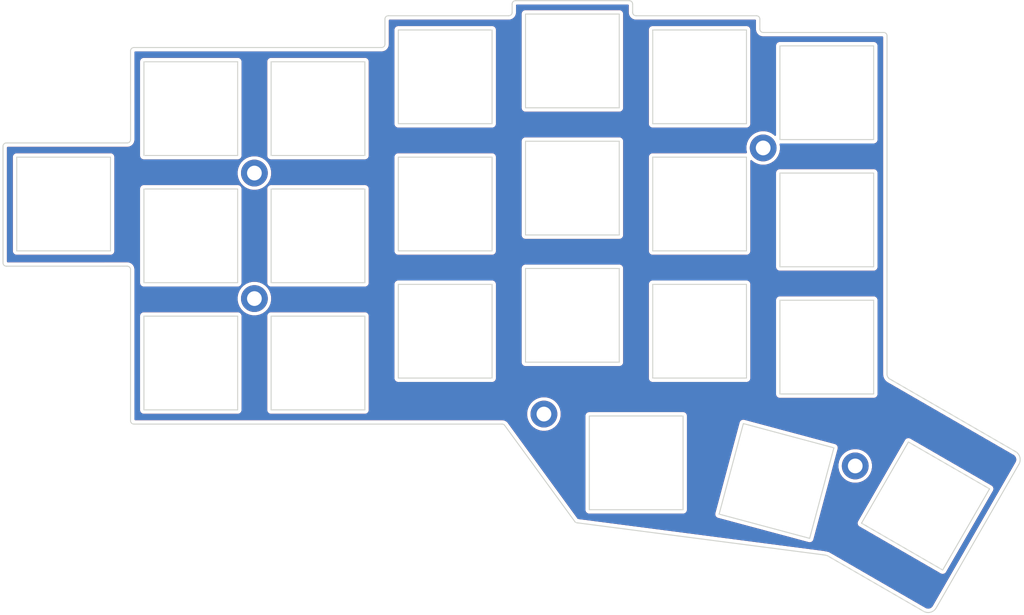
<source format=kicad_pcb>
(kicad_pcb (version 20171130) (host pcbnew "(5.1.0)-1")

  (general
    (thickness 1.6)
    (drawings 137)
    (tracks 0)
    (zones 0)
    (modules 5)
    (nets 1)
  )

  (page A4)
  (title_block
    (title "Corne Top Plate")
    (date 2018-12-09)
    (rev 2.1)
    (company foostan)
  )

  (layers
    (0 F.Cu signal)
    (31 B.Cu signal)
    (32 B.Adhes user)
    (33 F.Adhes user)
    (34 B.Paste user)
    (35 F.Paste user)
    (36 B.SilkS user)
    (37 F.SilkS user)
    (38 B.Mask user)
    (39 F.Mask user)
    (40 Dwgs.User user)
    (41 Cmts.User user)
    (42 Eco1.User user)
    (43 Eco2.User user)
    (44 Edge.Cuts user)
    (45 Margin user)
    (46 B.CrtYd user)
    (47 F.CrtYd user)
    (48 B.Fab user)
    (49 F.Fab user)
  )

  (setup
    (last_trace_width 0.25)
    (user_trace_width 0.2)
    (user_trace_width 0.5)
    (trace_clearance 0.2)
    (zone_clearance 0.508)
    (zone_45_only no)
    (trace_min 0.2)
    (via_size 0.6)
    (via_drill 0.4)
    (via_min_size 0.4)
    (via_min_drill 0.3)
    (uvia_size 0.3)
    (uvia_drill 0.1)
    (uvias_allowed no)
    (uvia_min_size 0.2)
    (uvia_min_drill 0.1)
    (edge_width 0.15)
    (segment_width 0.1)
    (pcb_text_width 0.3)
    (pcb_text_size 1.5 1.5)
    (mod_edge_width 0.15)
    (mod_text_size 1 1)
    (mod_text_width 0.15)
    (pad_size 4 4)
    (pad_drill 2.2)
    (pad_to_mask_clearance 0.2)
    (aux_axis_origin 174 65.7)
    (grid_origin 101 84.375)
    (visible_elements 7FFFFFFF)
    (pcbplotparams
      (layerselection 0x010f0_ffffffff)
      (usegerberextensions true)
      (usegerberattributes false)
      (usegerberadvancedattributes false)
      (creategerberjobfile false)
      (excludeedgelayer true)
      (linewidth 0.100000)
      (plotframeref false)
      (viasonmask false)
      (mode 1)
      (useauxorigin false)
      (hpglpennumber 1)
      (hpglpenspeed 20)
      (hpglpendiameter 15.000000)
      (psnegative false)
      (psa4output false)
      (plotreference true)
      (plotvalue true)
      (plotinvisibletext false)
      (padsonsilk false)
      (subtractmaskfromsilk false)
      (outputformat 1)
      (mirror false)
      (drillshape 0)
      (scaleselection 1)
      (outputdirectory "gerber/"))
  )

  (net 0 "")

  (net_class Default "これは標準のネット クラスです。"
    (clearance 0.2)
    (trace_width 0.25)
    (via_dia 0.6)
    (via_drill 0.4)
    (uvia_dia 0.3)
    (uvia_drill 0.1)
  )

  (module kbd:LEGO_HOLE (layer F.Cu) (tedit 5B890243) (tstamp 5AAA7C39)
    (at 155.5 83)
    (descr "Mounting Hole 2.2mm, no annular, M2")
    (tags "mounting hole 2.2mm no annular m2")
    (attr virtual)
    (fp_text reference "" (at 0 -3.2) (layer F.SilkS)
      (effects (font (size 1 1) (thickness 0.15)))
    )
    (fp_text value "" (at 0 3.2) (layer F.Fab)
      (effects (font (size 1 1) (thickness 0.15)))
    )
    (fp_text user %R (at 0.3 0) (layer F.Fab)
      (effects (font (size 1 1) (thickness 0.15)))
    )
    (fp_circle (center 0 0) (end 2.2 0) (layer Cmts.User) (width 0.15))
    (fp_circle (center 0 0) (end 2.45 0) (layer F.CrtYd) (width 0.05))
    (pad "" thru_hole circle (at 0 0) (size 4 4) (drill 2.2) (layers *.Cu *.Mask))
  )

  (module kbd:LEGO_HOLE (layer F.Cu) (tedit 5B89024D) (tstamp 5AAA5A9F)
    (at 79.5 105.5)
    (descr "Mounting Hole 2.2mm, no annular, M2")
    (tags "mounting hole 2.2mm no annular m2")
    (attr virtual)
    (fp_text reference "" (at 0 -3.2) (layer F.SilkS)
      (effects (font (size 1 1) (thickness 0.15)))
    )
    (fp_text value "" (at 0 3.2) (layer F.Fab)
      (effects (font (size 1 1) (thickness 0.15)))
    )
    (fp_text user %R (at 0.3 0) (layer F.Fab)
      (effects (font (size 1 1) (thickness 0.15)))
    )
    (fp_circle (center 0 0) (end 2.2 0) (layer Cmts.User) (width 0.15))
    (fp_circle (center 0 0) (end 2.45 0) (layer F.CrtYd) (width 0.05))
    (pad "" thru_hole circle (at 0 0) (size 4 4) (drill 2.2) (layers *.Cu *.Mask))
  )

  (module kbd:LEGO_HOLE (layer F.Cu) (tedit 5B890249) (tstamp 5AAA5A7C)
    (at 79.5 86.75)
    (descr "Mounting Hole 2.2mm, no annular, M2")
    (tags "mounting hole 2.2mm no annular m2")
    (attr virtual)
    (fp_text reference "" (at 0 -3.2) (layer F.SilkS)
      (effects (font (size 1 1) (thickness 0.15)))
    )
    (fp_text value "" (at 0 3.2) (layer F.Fab)
      (effects (font (size 1 1) (thickness 0.15)))
    )
    (fp_text user %R (at 0.3 0) (layer F.Fab)
      (effects (font (size 1 1) (thickness 0.15)))
    )
    (fp_circle (center 0 0) (end 2.2 0) (layer Cmts.User) (width 0.15))
    (fp_circle (center 0 0) (end 2.45 0) (layer F.CrtYd) (width 0.05))
    (pad "" thru_hole circle (at 0 0) (size 4 4) (drill 2.2) (layers *.Cu *.Mask))
  )

  (module kbd:LEGO_HOLE (layer F.Cu) (tedit 5B89023E) (tstamp 5AAA7C4A)
    (at 122.75 122.75)
    (descr "Mounting Hole 2.2mm, no annular, M2")
    (tags "mounting hole 2.2mm no annular m2")
    (attr virtual)
    (fp_text reference "" (at 0 -3.2) (layer F.SilkS)
      (effects (font (size 1 1) (thickness 0.15)))
    )
    (fp_text value "" (at 0 3.2) (layer F.Fab)
      (effects (font (size 1 1) (thickness 0.15)))
    )
    (fp_text user %R (at 0.3 0) (layer F.Fab)
      (effects (font (size 1 1) (thickness 0.15)))
    )
    (fp_circle (center 0 0) (end 2.2 0) (layer Cmts.User) (width 0.15))
    (fp_circle (center 0 0) (end 2.45 0) (layer F.CrtYd) (width 0.05))
    (pad "" thru_hole circle (at 0 0) (size 4 4) (drill 2.2) (layers *.Cu *.Mask))
  )

  (module kbd:LEGO_HOLE (layer F.Cu) (tedit 5B890234) (tstamp 5AAA7D53)
    (at 169.25 130.5)
    (descr "Mounting Hole 2.2mm, no annular, M2")
    (tags "mounting hole 2.2mm no annular m2")
    (attr virtual)
    (fp_text reference "" (at 0 -3.2) (layer F.SilkS)
      (effects (font (size 1 1) (thickness 0.15)))
    )
    (fp_text value "" (at 0 3.2) (layer F.Fab)
      (effects (font (size 1 1) (thickness 0.15)))
    )
    (fp_text user %R (at 0.3 0) (layer F.Fab)
      (effects (font (size 1 1) (thickness 0.15)))
    )
    (fp_circle (center 0 0) (end 2.2 0) (layer Cmts.User) (width 0.15))
    (fp_circle (center 0 0) (end 2.45 0) (layer F.CrtYd) (width 0.05))
    (pad "" thru_hole circle (at 0 0) (size 4 4) (drill 2.2) (layers *.Cu *.Mask))
  )

  (gr_line (start 44 98.375) (end 44 84.375) (layer Edge.Cuts) (width 0.15) (tstamp 5E146A0C))
  (gr_line (start 44 98.375) (end 58 98.375) (layer Edge.Cuts) (width 0.15) (tstamp 5E146A0B))
  (gr_line (start 44 84.375) (end 58 84.375) (layer Edge.Cuts) (width 0.15) (tstamp 5E146A0A))
  (gr_line (start 58 84.375) (end 58 98.375) (layer Edge.Cuts) (width 0.15) (tstamp 5E146A07))
  (gr_line (start 61 123.75) (end 60.9996 101.1603) (angle 90) (layer Edge.Cuts) (width 0.15) (tstamp 5E146C62))
  (gr_line (start 189.31 133.925) (end 177.19 126.925) (layer Edge.Cuts) (width 0.15))
  (gr_line (start 182.31 146.045) (end 189.31 133.925) (layer Edge.Cuts) (width 0.15))
  (gr_line (start 170.19 139.045) (end 182.31 146.045) (layer Edge.Cuts) (width 0.15))
  (gr_line (start 177.19 126.925) (end 170.19 139.045) (layer Edge.Cuts) (width 0.15))
  (gr_line (start 166.06 127.795) (end 152.54 124.175) (layer Edge.Cuts) (width 0.15))
  (gr_line (start 162.44 141.315) (end 166.06 127.795) (layer Edge.Cuts) (width 0.15))
  (gr_line (start 148.92 137.695) (end 162.44 141.315) (layer Edge.Cuts) (width 0.15))
  (gr_line (start 152.54 124.175) (end 148.92 137.695) (layer Edge.Cuts) (width 0.15))
  (gr_line (start 143.53 123.035) (end 129.53 123.035) (layer Edge.Cuts) (width 0.15))
  (gr_line (start 143.53 137.035) (end 143.53 123.035) (layer Edge.Cuts) (width 0.15))
  (gr_line (start 129.53 137.035) (end 143.53 137.035) (layer Edge.Cuts) (width 0.15))
  (gr_line (start 129.53 123.035) (end 129.53 137.035) (layer Edge.Cuts) (width 0.15))
  (gr_line (start 172 67.75) (end 172 81.75) (layer Edge.Cuts) (width 0.15) (tstamp 5BEC4AF3))
  (gr_line (start 158 81.75) (end 172 81.75) (layer Edge.Cuts) (width 0.15) (tstamp 5BEC4AF1))
  (gr_line (start 158 119.75) (end 172 119.75) (layer Edge.Cuts) (width 0.15) (tstamp 5BEC4AEF))
  (gr_line (start 172 105.75) (end 172 119.75) (layer Edge.Cuts) (width 0.15) (tstamp 5BEC4AED))
  (gr_line (start 158 119.75) (end 158 105.75) (layer Edge.Cuts) (width 0.15) (tstamp 5BEC4AEC))
  (gr_line (start 158 100.75) (end 172 100.75) (layer Edge.Cuts) (width 0.15) (tstamp 5BEC4AEA))
  (gr_line (start 158 81.75) (end 158 67.75) (layer Edge.Cuts) (width 0.15) (tstamp 5BEC4AE8))
  (gr_line (start 158 105.75) (end 172 105.75) (layer Edge.Cuts) (width 0.15) (tstamp 5BEC4AE5))
  (gr_line (start 172 86.75) (end 172 100.75) (layer Edge.Cuts) (width 0.15) (tstamp 5BEC4AE4))
  (gr_line (start 158 100.75) (end 158 86.75) (layer Edge.Cuts) (width 0.15) (tstamp 5BEC4AE3))
  (gr_line (start 158 86.75) (end 172 86.75) (layer Edge.Cuts) (width 0.15) (tstamp 5BEC4AE0))
  (gr_line (start 153 65.375) (end 153 79.375) (layer Edge.Cuts) (width 0.15) (tstamp 5BEC4ACB))
  (gr_line (start 139 79.375) (end 153 79.375) (layer Edge.Cuts) (width 0.15) (tstamp 5BEC4AC9))
  (gr_line (start 139 117.375) (end 153 117.375) (layer Edge.Cuts) (width 0.15) (tstamp 5BEC4AC7))
  (gr_line (start 153 103.375) (end 153 117.375) (layer Edge.Cuts) (width 0.15) (tstamp 5BEC4AC5))
  (gr_line (start 139 117.375) (end 139 103.375) (layer Edge.Cuts) (width 0.15) (tstamp 5BEC4AC4))
  (gr_line (start 139 98.375) (end 153 98.375) (layer Edge.Cuts) (width 0.15) (tstamp 5BEC4AC2))
  (gr_line (start 139 79.375) (end 139 65.375) (layer Edge.Cuts) (width 0.15) (tstamp 5BEC4AC0))
  (gr_line (start 139 103.375) (end 153 103.375) (layer Edge.Cuts) (width 0.15) (tstamp 5BEC4ABD))
  (gr_line (start 153 84.375) (end 153 98.375) (layer Edge.Cuts) (width 0.15) (tstamp 5BEC4ABC))
  (gr_line (start 139 98.375) (end 139 84.375) (layer Edge.Cuts) (width 0.15) (tstamp 5BEC4ABB))
  (gr_line (start 139 84.375) (end 153 84.375) (layer Edge.Cuts) (width 0.15) (tstamp 5BEC4AB8))
  (gr_line (start 120 115) (end 134 115) (layer Edge.Cuts) (width 0.15) (tstamp 5BEC4AA3))
  (gr_line (start 134 82) (end 134 96) (layer Edge.Cuts) (width 0.15) (tstamp 5BEC4AA1))
  (gr_line (start 120 96) (end 120 82) (layer Edge.Cuts) (width 0.15) (tstamp 5BEC4AA0))
  (gr_line (start 120 82) (end 134 82) (layer Edge.Cuts) (width 0.15) (tstamp 5BEC4A9D))
  (gr_line (start 120 96) (end 134 96) (layer Edge.Cuts) (width 0.15) (tstamp 5BEC4A9C))
  (gr_line (start 120 77) (end 134 77) (layer Edge.Cuts) (width 0.15) (tstamp 5BEC4A99))
  (gr_line (start 134 101) (end 134 115) (layer Edge.Cuts) (width 0.15) (tstamp 5BEC4A98))
  (gr_line (start 120 115) (end 120 101) (layer Edge.Cuts) (width 0.15) (tstamp 5BEC4A97))
  (gr_line (start 120 101) (end 134 101) (layer Edge.Cuts) (width 0.15) (tstamp 5BEC4A96))
  (gr_line (start 134 63) (end 134 77) (layer Edge.Cuts) (width 0.15) (tstamp 5BEC4A93))
  (gr_line (start 120 77) (end 120 63) (layer Edge.Cuts) (width 0.15) (tstamp 5BEC4A92))
  (gr_line (start 115 65.375) (end 115 79.375) (layer Edge.Cuts) (width 0.15) (tstamp 5BEC4A7A))
  (gr_line (start 101 79.375) (end 101 65.375) (layer Edge.Cuts) (width 0.15) (tstamp 5BEC4A79))
  (gr_line (start 101 79.375) (end 115 79.375) (layer Edge.Cuts) (width 0.15) (tstamp 5BEC4A77))
  (gr_line (start 115 103.375) (end 115 117.375) (layer Edge.Cuts) (width 0.15) (tstamp 5BEC4A75))
  (gr_line (start 101 117.375) (end 101 103.375) (layer Edge.Cuts) (width 0.15) (tstamp 5BEC4A74))
  (gr_line (start 101 103.375) (end 115 103.375) (layer Edge.Cuts) (width 0.15) (tstamp 5BEC4A73))
  (gr_line (start 101 117.375) (end 115 117.375) (layer Edge.Cuts) (width 0.15) (tstamp 5BEC4A71))
  (gr_line (start 115 84.375) (end 115 98.375) (layer Edge.Cuts) (width 0.15) (tstamp 5BEC4A6F))
  (gr_line (start 101 98.375) (end 101 84.375) (layer Edge.Cuts) (width 0.15) (tstamp 5BEC4A6E))
  (gr_line (start 101 84.375) (end 115 84.375) (layer Edge.Cuts) (width 0.15) (tstamp 5BEC4A6D))
  (gr_line (start 101 98.375) (end 115 98.375) (layer Edge.Cuts) (width 0.15) (tstamp 5BEC4A6A))
  (gr_line (start 158 67.75) (end 172 67.75) (layer Edge.Cuts) (width 0.15) (tstamp 5BEC49F7))
  (gr_line (start 139 65.375) (end 153 65.375) (layer Edge.Cuts) (width 0.15) (tstamp 5BEC49D4))
  (gr_line (start 120 63) (end 134 63) (layer Edge.Cuts) (width 0.15) (tstamp 5BEC49B1))
  (gr_line (start 101 65.375) (end 115 65.375) (layer Edge.Cuts) (width 0.15) (tstamp 5BEC4996))
  (gr_line (start 96 70.125) (end 96 84.125) (layer Edge.Cuts) (width 0.15) (tstamp 5BEC4960))
  (gr_line (start 82 84.125) (end 82 70.125) (layer Edge.Cuts) (width 0.15) (tstamp 5BEC495F))
  (gr_line (start 82 70.125) (end 96 70.125) (layer Edge.Cuts) (width 0.15) (tstamp 5BEC495E))
  (gr_line (start 82 84.125) (end 96 84.125) (layer Edge.Cuts) (width 0.15) (tstamp 5BEC495D))
  (gr_line (start 96 108.125) (end 96 122.125) (layer Edge.Cuts) (width 0.15) (tstamp 5BEC495B))
  (gr_line (start 82 122.125) (end 82 108.125) (layer Edge.Cuts) (width 0.15) (tstamp 5BEC495A))
  (gr_line (start 82 108.125) (end 96 108.125) (layer Edge.Cuts) (width 0.15) (tstamp 5BEC4959))
  (gr_line (start 82 122.125) (end 96 122.125) (layer Edge.Cuts) (width 0.15) (tstamp 5BEC4957))
  (gr_line (start 96 89.125) (end 96 103.125) (layer Edge.Cuts) (width 0.15) (tstamp 5BEC4955))
  (gr_line (start 82 103.125) (end 82 89.125) (layer Edge.Cuts) (width 0.15) (tstamp 5BEC4954))
  (gr_line (start 82 89.125) (end 96 89.125) (layer Edge.Cuts) (width 0.15) (tstamp 5BEC4953))
  (gr_line (start 82 103.125) (end 96 103.125) (layer Edge.Cuts) (width 0.15) (tstamp 5BEC4952))
  (gr_line (start 77 108.125) (end 77 122.125) (layer Edge.Cuts) (width 0.15) (tstamp 5BEC4612))
  (gr_line (start 63 122.125) (end 63 108.125) (layer Edge.Cuts) (width 0.15) (tstamp 5BEC4611))
  (gr_line (start 63 108.125) (end 77 108.125) (layer Edge.Cuts) (width 0.15) (tstamp 5BEC4610))
  (gr_line (start 63 122.125) (end 77 122.125) (layer Edge.Cuts) (width 0.15) (tstamp 5BEC460F))
  (gr_line (start 77 89.125) (end 77 103.125) (layer Edge.Cuts) (width 0.15) (tstamp 5BEC47B3))
  (gr_line (start 63 103.125) (end 63 89.125) (layer Edge.Cuts) (width 0.15) (tstamp 5BEC47B6))
  (gr_line (start 63 89.125) (end 77 89.125) (layer Edge.Cuts) (width 0.15) (tstamp 5BEC47B9))
  (gr_line (start 63 103.125) (end 77 103.125) (layer Edge.Cuts) (width 0.15) (tstamp 5BEC47BC))
  (gr_line (start 63 84.125) (end 77 84.125) (layer Edge.Cuts) (width 0.15) (tstamp 5B892F5B))
  (gr_line (start 63 70.125) (end 77 70.125) (layer Edge.Cuts) (width 0.15))
  (gr_arc (start 174.847282 116.785192) (end 173.997282 116.810192) (angle -52.52752939) (layer Edge.Cuts) (width 0.15))
  (gr_arc (start 192.500001 129.550001) (end 193.65 130.325) (angle -90.22347501) (layer Edge.Cuts) (width 0.15) (tstamp 5B892EBC))
  (gr_line (start 193.270509 128.396988) (end 174.35 117.475) (layer Edge.Cuts) (width 0.15))
  (gr_line (start 63 84.125) (end 63 70.125) (layer Edge.Cuts) (width 0.15))
  (gr_line (start 77 70.125) (end 77 84.125) (layer Edge.Cuts) (width 0.15))
  (gr_arc (start 180.14425 151.010957) (end 179.369251 152.160956) (angle -90.22347501) (layer Edge.Cuts) (width 0.15))
  (gr_arc (start 164.087404 147.16844) (end 165.075 143.9) (angle -11.21335546) (layer Edge.Cuts) (width 0.15))
  (gr_line (start 181.297263 151.781465) (end 193.65 130.325) (layer Edge.Cuts) (width 0.15))
  (gr_line (start 165.075 143.9) (end 179.369251 152.160956) (layer Edge.Cuts) (width 0.15))
  (gr_line (start 127.75 139) (end 164.420556 143.770344) (layer Edge.Cuts) (width 0.15))
  (gr_arc (start 127.75 138.5) (end 127.75 139) (angle 45) (layer Edge.Cuts) (width 0.15))
  (gr_line (start 116.853553 124.396447) (end 127.396447 138.853553) (angle 90) (layer Edge.Cuts) (width 0.15))
  (gr_line (start 169.26 130.5) (end 169.25 130.5) (angle 90) (layer Eco2.User) (width 2.5) (tstamp 5AAFF2CD))
  (gr_line (start 122.76 122.75) (end 122.75 122.75) (angle 90) (layer Eco2.User) (width 2.5) (tstamp 5AAFF292))
  (gr_line (start 155.51 83) (end 155.5 83) (angle 90) (layer Eco2.User) (width 2.5) (tstamp 5AAFF245))
  (gr_line (start 79.5 105.5) (end 79.51 105.5) (angle 90) (layer Eco2.User) (width 2.5) (tstamp 5AAFF0EB))
  (gr_line (start 79.5 86.75) (end 79.51 86.75) (angle 90) (layer Eco2.User) (width 2.5))
  (gr_text "Jorne Keyboard\nPCB Designed by Joric" (at 118.11 121.445) (layer B.Mask)
    (effects (font (size 1 1) (thickness 0.125)) (justify left mirror))
  )
  (gr_text "Jorne Keyboard\nPCB Designed by Joric" (at 98.74 121.445) (layer F.Mask)
    (effects (font (size 1 1) (thickness 0.125)) (justify left))
  )
  (gr_line (start 174 66.25) (end 173.997282 116.810192) (angle 90) (layer Edge.Cuts) (width 0.15))
  (gr_arc (start 173.5 66.25) (end 173.5 65.75) (angle 90) (layer Edge.Cuts) (width 0.15))
  (gr_arc (start 116.5 124.75) (end 116.5 124.25) (angle 45) (layer Edge.Cuts) (width 0.15))
  (gr_arc (start 61.5 68.5) (end 61 68.5) (angle 90) (layer Edge.Cuts) (width 0.15))
  (gr_arc (start 98.5 67.5) (end 99 67.5) (angle 90) (layer Edge.Cuts) (width 0.15))
  (gr_arc (start 99.5 63.75) (end 99 63.75) (angle 90) (layer Edge.Cuts) (width 0.15))
  (gr_arc (start 117.5 62.75) (end 118 62.75) (angle 90) (layer Edge.Cuts) (width 0.15))
  (gr_arc (start 118.5 61.5) (end 118 61.5) (angle 90) (layer Edge.Cuts) (width 0.15))
  (gr_arc (start 135.5 61.5) (end 135.5 61) (angle 90) (layer Edge.Cuts) (width 0.15))
  (gr_arc (start 136.5 62.75) (end 136.5 63.25) (angle 90) (layer Edge.Cuts) (width 0.15))
  (gr_arc (start 154.5 63.75) (end 154.5 63.25) (angle 90) (layer Edge.Cuts) (width 0.15))
  (gr_arc (start 155.5 65.25) (end 155.5 65.75) (angle 90) (layer Edge.Cuts) (width 0.15))
  (gr_line (start 116.5 124.25) (end 61.5 124.25) (angle 90) (layer Edge.Cuts) (width 0.15))
  (gr_line (start 98.5 68) (end 61.5 68) (angle 90) (layer Edge.Cuts) (width 0.15))
  (gr_line (start 99 63.75) (end 99 67.5) (angle 90) (layer Edge.Cuts) (width 0.15))
  (gr_line (start 117.5 63.25) (end 99.5 63.25) (angle 90) (layer Edge.Cuts) (width 0.15))
  (gr_line (start 118 61.5) (end 118 62.75) (angle 90) (layer Edge.Cuts) (width 0.15))
  (gr_line (start 135.5 61) (end 118.5 61) (angle 90) (layer Edge.Cuts) (width 0.15))
  (gr_line (start 136 62.75) (end 136 61.5) (angle 90) (layer Edge.Cuts) (width 0.15))
  (gr_line (start 154.5 63.25) (end 136.5 63.25) (angle 90) (layer Edge.Cuts) (width 0.15))
  (gr_line (start 155 65.25) (end 155 63.75) (angle 90) (layer Edge.Cuts) (width 0.15))
  (gr_line (start 173.5 65.75) (end 155.5 65.75) (angle 90) (layer Edge.Cuts) (width 0.15))
  (gr_line (start 61 68.5) (end 61.0043 81.75) (angle 90) (layer Edge.Cuts) (width 0.15) (tstamp 5E146CE0))
  (gr_arc (start 61.5 123.75) (end 61.5 124.25) (angle 90) (layer Edge.Cuts) (width 0.15) (tstamp 5E146C7F))
  (gr_arc (start 42.4496 100.165) (end 41.9496 100.165) (angle -90) (layer Edge.Cuts) (width 0.15) (tstamp 5E146C64))
  (gr_line (start 42.4496 82.25) (end 60.5043 82.25) (angle 90) (layer Edge.Cuts) (width 0.15) (tstamp 5E146C63))
  (gr_line (start 42.4496 100.665) (end 60.4996 100.6603) (angle 90) (layer Edge.Cuts) (width 0.15) (tstamp 5E146C61))
  (gr_arc (start 42.4496 82.75) (end 41.9496 82.75) (angle 90) (layer Edge.Cuts) (width 0.15) (tstamp 5E146C5C))
  (gr_line (start 41.9496 100.165) (end 41.9496 82.75) (angle 90) (layer Edge.Cuts) (width 0.15) (tstamp 5E146C5B))
  (gr_arc (start 60.4996 101.1603) (end 60.4996 100.6603) (angle 90) (layer Edge.Cuts) (width 0.15) (tstamp 5E146C53))
  (gr_arc (start 60.5043 81.75) (end 61.0043 81.75) (angle 90) (layer Edge.Cuts) (width 0.15) (tstamp 5E146C4D))

  (zone (net 0) (net_name "") (layer B.Cu) (tstamp 5E146C21) (hatch edge 0.508)
    (connect_pads (clearance 0.508))
    (min_thickness 0.254)
    (fill yes (arc_segments 16) (thermal_gap 0.508) (thermal_bridge_width 0.508))
    (polygon
      (pts
        (xy 174.075 117.225) (xy 174 67.9) (xy 174 65.7) (xy 155 65.7) (xy 155 63.2)
        (xy 136 63.2) (xy 136 60.9) (xy 118 60.9) (xy 118 63.2) (xy 98.8 63.2)
        (xy 98.9 67.9) (xy 60.7 68) (xy 60.750702 81.875) (xy 41.5 81.875) (xy 41.5 100.875)
        (xy 60.816942 100.875638) (xy 60.9 124.7) (xy 116.6 124.2) (xy 127.6 139) (xy 165.075 143.9)
        (xy 180.625 152.8) (xy 194.475 129.025) (xy 194.075 128.8)
      )
    )
    (filled_polygon
      (pts
        (xy 135.29 62.784876) (xy 135.292955 62.814876) (xy 135.292934 62.817839) (xy 135.293901 62.827705) (xy 135.298941 62.87566)
        (xy 135.300273 62.889183) (xy 135.30041 62.889634) (xy 135.304101 62.924754) (xy 135.317045 62.987811) (xy 135.329099 63.051001)
        (xy 135.331964 63.060491) (xy 135.36082 63.15371) (xy 135.385752 63.213021) (xy 135.409865 63.272702) (xy 135.414519 63.281454)
        (xy 135.460932 63.367292) (xy 135.496898 63.420612) (xy 135.532152 63.474486) (xy 135.538417 63.482168) (xy 135.600619 63.557357)
        (xy 135.646269 63.602689) (xy 135.691299 63.648673) (xy 135.698938 63.654992) (xy 135.774559 63.716668) (xy 135.828147 63.752272)
        (xy 135.881262 63.788641) (xy 135.889983 63.793356) (xy 135.976144 63.839168) (xy 136.035612 63.863679) (xy 136.09478 63.889038)
        (xy 136.104249 63.891969) (xy 136.197667 63.920174) (xy 136.260787 63.932672) (xy 136.323743 63.946054) (xy 136.333602 63.94709)
        (xy 136.430719 63.956612) (xy 136.430723 63.956612) (xy 136.465123 63.96) (xy 154.290001 63.96) (xy 154.29 65.284876)
        (xy 154.292955 65.314876) (xy 154.292934 65.317839) (xy 154.293901 65.327705) (xy 154.298941 65.37566) (xy 154.300273 65.389183)
        (xy 154.30041 65.389634) (xy 154.304101 65.424754) (xy 154.317045 65.487811) (xy 154.329099 65.551001) (xy 154.331964 65.560491)
        (xy 154.36082 65.65371) (xy 154.385752 65.713021) (xy 154.409865 65.772702) (xy 154.414519 65.781454) (xy 154.460932 65.867292)
        (xy 154.496898 65.920612) (xy 154.532152 65.974486) (xy 154.538417 65.982168) (xy 154.600619 66.057357) (xy 154.646269 66.102689)
        (xy 154.691299 66.148673) (xy 154.698938 66.154992) (xy 154.774559 66.216668) (xy 154.828147 66.252272) (xy 154.881262 66.288641)
        (xy 154.889983 66.293356) (xy 154.976144 66.339168) (xy 155.035612 66.363679) (xy 155.09478 66.389038) (xy 155.104249 66.391969)
        (xy 155.197667 66.420174) (xy 155.260787 66.432672) (xy 155.323743 66.446054) (xy 155.333602 66.44709) (xy 155.430719 66.456612)
        (xy 155.430723 66.456612) (xy 155.465123 66.46) (xy 173.289989 66.46) (xy 173.287281 116.84503) (xy 173.290608 116.87883)
        (xy 173.290609 116.878842) (xy 173.30169 116.992908) (xy 173.312058 117.045518) (xy 173.320093 117.098572) (xy 173.322594 117.108164)
        (xy 173.365582 117.268462) (xy 173.388239 117.3287) (xy 173.410049 117.389239) (xy 173.414366 117.398163) (xy 173.487671 117.547059)
        (xy 173.52157 117.601706) (xy 173.554746 117.656893) (xy 173.560714 117.664808) (xy 173.661543 117.79663) (xy 173.705431 117.843674)
        (xy 173.748676 117.891346) (xy 173.756067 117.897951) (xy 173.855081 117.985206) (xy 173.879638 118.011422) (xy 173.964838 118.072466)
        (xy 192.86523 128.982842) (xy 192.975751 129.073473) (xy 193.059245 129.174952) (xy 193.121444 129.290724) (xy 193.159969 129.416366)
        (xy 193.173357 129.547101) (xy 193.161097 129.677939) (xy 193.123655 129.803913) (xy 193.048378 129.946974) (xy 180.711149 151.376503)
        (xy 180.620779 151.486705) (xy 180.519299 151.570201) (xy 180.403527 151.6324) (xy 180.277885 151.670925) (xy 180.14715 151.684313)
        (xy 180.016312 151.672053) (xy 179.890338 151.634611) (xy 179.74629 151.558814) (xy 165.400066 143.267823) (xy 165.304615 143.224525)
        (xy 165.168424 143.192709) (xy 165.156734 143.192321) (xy 164.569638 143.076079) (xy 164.546731 143.070775) (xy 127.871366 138.299807)
        (xy 117.406664 123.949923) (xy 117.336904 123.871699) (xy 117.295505 123.840476) (xy 117.225441 123.783332) (xy 117.171853 123.747728)
        (xy 117.118738 123.711359) (xy 117.110017 123.706644) (xy 117.023856 123.660832) (xy 116.964388 123.636321) (xy 116.90522 123.610962)
        (xy 116.895751 123.608031) (xy 116.802333 123.579826) (xy 116.739213 123.567328) (xy 116.676257 123.553946) (xy 116.666398 123.55291)
        (xy 116.569281 123.543388) (xy 116.569277 123.543388) (xy 116.534877 123.54) (xy 61.709996 123.54) (xy 61.709723 108.125)
        (xy 62.286565 108.125) (xy 62.290001 108.159887) (xy 62.29 122.090123) (xy 62.286565 122.125) (xy 62.300273 122.264184)
        (xy 62.340872 122.39802) (xy 62.4068 122.521363) (xy 62.495525 122.629475) (xy 62.603637 122.7182) (xy 62.72698 122.784128)
        (xy 62.860816 122.824727) (xy 63 122.838435) (xy 63.034877 122.835) (xy 76.965123 122.835) (xy 77 122.838435)
        (xy 77.034877 122.835) (xy 77.139184 122.824727) (xy 77.27302 122.784128) (xy 77.396363 122.7182) (xy 77.504475 122.629475)
        (xy 77.5932 122.521363) (xy 77.659128 122.39802) (xy 77.699727 122.264184) (xy 77.713435 122.125) (xy 77.71 122.090123)
        (xy 77.71 108.159877) (xy 77.713435 108.125) (xy 77.699727 107.985816) (xy 77.659128 107.85198) (xy 77.5932 107.728637)
        (xy 77.504475 107.620525) (xy 77.396363 107.5318) (xy 77.27302 107.465872) (xy 77.139184 107.425273) (xy 77.034877 107.415)
        (xy 77 107.411565) (xy 76.965123 107.415) (xy 63.034877 107.415) (xy 63 107.411565) (xy 62.965123 107.415)
        (xy 62.860816 107.425273) (xy 62.72698 107.465872) (xy 62.603637 107.5318) (xy 62.495525 107.620525) (xy 62.4068 107.728637)
        (xy 62.340872 107.85198) (xy 62.300273 107.985816) (xy 62.286565 108.125) (xy 61.709723 108.125) (xy 61.709672 105.240475)
        (xy 76.865 105.240475) (xy 76.865 105.759525) (xy 76.966261 106.268601) (xy 77.164893 106.748141) (xy 77.453262 107.179715)
        (xy 77.820285 107.546738) (xy 78.251859 107.835107) (xy 78.731399 108.033739) (xy 79.240475 108.135) (xy 79.759525 108.135)
        (xy 79.809798 108.125) (xy 81.286565 108.125) (xy 81.290001 108.159887) (xy 81.29 122.090123) (xy 81.286565 122.125)
        (xy 81.300273 122.264184) (xy 81.340872 122.39802) (xy 81.4068 122.521363) (xy 81.495525 122.629475) (xy 81.603637 122.7182)
        (xy 81.72698 122.784128) (xy 81.860816 122.824727) (xy 82 122.838435) (xy 82.034877 122.835) (xy 95.965123 122.835)
        (xy 96 122.838435) (xy 96.034877 122.835) (xy 96.139184 122.824727) (xy 96.27302 122.784128) (xy 96.396363 122.7182)
        (xy 96.504475 122.629475) (xy 96.5932 122.521363) (xy 96.609709 122.490475) (xy 120.115 122.490475) (xy 120.115 123.009525)
        (xy 120.216261 123.518601) (xy 120.414893 123.998141) (xy 120.703262 124.429715) (xy 121.070285 124.796738) (xy 121.501859 125.085107)
        (xy 121.981399 125.283739) (xy 122.490475 125.385) (xy 123.009525 125.385) (xy 123.518601 125.283739) (xy 123.998141 125.085107)
        (xy 124.429715 124.796738) (xy 124.796738 124.429715) (xy 125.085107 123.998141) (xy 125.283739 123.518601) (xy 125.379932 123.035)
        (xy 128.816565 123.035) (xy 128.82 123.069877) (xy 128.820001 137.000113) (xy 128.816565 137.035) (xy 128.830273 137.174184)
        (xy 128.870872 137.30802) (xy 128.9368 137.431363) (xy 129.025525 137.539475) (xy 129.133637 137.6282) (xy 129.25698 137.694128)
        (xy 129.390816 137.734727) (xy 129.495123 137.745) (xy 129.53 137.748435) (xy 129.564877 137.745) (xy 143.495123 137.745)
        (xy 143.53 137.748435) (xy 143.564877 137.745) (xy 143.669184 137.734727) (xy 143.80302 137.694128) (xy 143.888438 137.648471)
        (xy 148.208084 137.648471) (xy 148.212686 137.788252) (xy 148.244469 137.92445) (xy 148.302213 138.051831) (xy 148.383699 138.165499)
        (xy 148.485793 138.261086) (xy 148.604574 138.334919) (xy 148.735477 138.384159) (xy 148.770058 138.389862) (xy 162.222674 141.99182)
        (xy 162.255477 142.004159) (xy 162.328561 142.016211) (xy 162.393469 142.026916) (xy 162.393471 142.026916) (xy 162.533252 142.022314)
        (xy 162.66945 141.990531) (xy 162.796831 141.932787) (xy 162.910499 141.851301) (xy 163.006086 141.749207) (xy 163.079919 141.630426)
        (xy 163.11682 141.532325) (xy 163.129159 141.499523) (xy 163.134862 141.464942) (xy 163.770341 139.091549) (xy 169.478085 139.091549)
        (xy 169.500846 139.229543) (xy 169.550091 139.360445) (xy 169.623927 139.479223) (xy 169.719517 139.581316) (xy 169.833187 139.662797)
        (xy 169.865107 139.677266) (xy 181.924705 146.64238) (xy 181.953187 146.662797) (xy 181.985104 146.677264) (xy 181.985105 146.677265)
        (xy 182.080568 146.720537) (xy 182.216768 146.752317) (xy 182.22122 146.752463) (xy 182.356549 146.756915) (xy 182.494543 146.734154)
        (xy 182.625445 146.684909) (xy 182.744223 146.611073) (xy 182.846316 146.515483) (xy 182.907379 146.430297) (xy 182.927797 146.401813)
        (xy 182.942266 146.369893) (xy 189.90738 134.310295) (xy 189.927797 134.281813) (xy 189.985537 134.154431) (xy 190.017317 134.018231)
        (xy 190.021914 133.87845) (xy 189.999154 133.740456) (xy 189.949909 133.609554) (xy 189.876073 133.490776) (xy 189.780483 133.388683)
        (xy 189.695297 133.32762) (xy 189.69529 133.327616) (xy 189.666813 133.307203) (xy 189.634901 133.292738) (xy 177.575299 126.327622)
        (xy 177.546813 126.307203) (xy 177.419431 126.249463) (xy 177.283231 126.217683) (xy 177.143451 126.213085) (xy 177.028217 126.232092)
        (xy 177.005456 126.235846) (xy 176.874554 126.285091) (xy 176.755776 126.358927) (xy 176.653683 126.454517) (xy 176.59262 126.539703)
        (xy 176.592616 126.53971) (xy 176.572203 126.568187) (xy 176.557738 126.600099) (xy 169.592622 138.659701) (xy 169.572203 138.688187)
        (xy 169.53033 138.780564) (xy 169.514463 138.815569) (xy 169.482683 138.951769) (xy 169.478085 139.091549) (xy 163.770341 139.091549)
        (xy 166.140229 130.240475) (xy 166.615 130.240475) (xy 166.615 130.759525) (xy 166.716261 131.268601) (xy 166.914893 131.748141)
        (xy 167.203262 132.179715) (xy 167.570285 132.546738) (xy 168.001859 132.835107) (xy 168.481399 133.033739) (xy 168.990475 133.135)
        (xy 169.509525 133.135) (xy 170.018601 133.033739) (xy 170.498141 132.835107) (xy 170.929715 132.546738) (xy 171.296738 132.179715)
        (xy 171.585107 131.748141) (xy 171.783739 131.268601) (xy 171.885 130.759525) (xy 171.885 130.240475) (xy 171.783739 129.731399)
        (xy 171.585107 129.251859) (xy 171.296738 128.820285) (xy 170.929715 128.453262) (xy 170.498141 128.164893) (xy 170.018601 127.966261)
        (xy 169.509525 127.865) (xy 168.990475 127.865) (xy 168.481399 127.966261) (xy 168.001859 128.164893) (xy 167.570285 128.453262)
        (xy 167.203262 128.820285) (xy 166.914893 129.251859) (xy 166.716261 129.731399) (xy 166.615 130.240475) (xy 166.140229 130.240475)
        (xy 166.736821 128.012323) (xy 166.749159 127.979523) (xy 166.764012 127.88946) (xy 166.771916 127.841531) (xy 166.767314 127.701748)
        (xy 166.735531 127.56555) (xy 166.677787 127.438169) (xy 166.677787 127.438168) (xy 166.596301 127.3245) (xy 166.494207 127.228913)
        (xy 166.375425 127.15508) (xy 166.277324 127.118179) (xy 166.277318 127.118177) (xy 166.244523 127.105841) (xy 166.209949 127.100139)
        (xy 152.757328 123.498181) (xy 152.724523 123.485841) (xy 152.586529 123.463084) (xy 152.446747 123.467686) (xy 152.414964 123.475103)
        (xy 152.31055 123.499469) (xy 152.281039 123.512847) (xy 152.183168 123.557213) (xy 152.0695 123.638699) (xy 151.973913 123.740793)
        (xy 151.90008 123.859575) (xy 151.864042 123.955382) (xy 151.850841 123.990477) (xy 151.845139 124.025051) (xy 148.243182 137.477669)
        (xy 148.230841 137.510477) (xy 148.221498 137.567133) (xy 148.208084 137.648471) (xy 143.888438 137.648471) (xy 143.926363 137.6282)
        (xy 144.034475 137.539475) (xy 144.1232 137.431363) (xy 144.189128 137.30802) (xy 144.229727 137.174184) (xy 144.243435 137.035)
        (xy 144.24 137.000123) (xy 144.24 123.069877) (xy 144.243435 123.035) (xy 144.229727 122.895816) (xy 144.189128 122.76198)
        (xy 144.1232 122.638637) (xy 144.034475 122.530525) (xy 143.926363 122.4418) (xy 143.80302 122.375872) (xy 143.669184 122.335273)
        (xy 143.564877 122.325) (xy 143.53 122.321565) (xy 143.495123 122.325) (xy 129.564877 122.325) (xy 129.53 122.321565)
        (xy 129.495123 122.325) (xy 129.390816 122.335273) (xy 129.25698 122.375872) (xy 129.133637 122.4418) (xy 129.025525 122.530525)
        (xy 128.9368 122.638637) (xy 128.870872 122.76198) (xy 128.830273 122.895816) (xy 128.816565 123.035) (xy 125.379932 123.035)
        (xy 125.385 123.009525) (xy 125.385 122.490475) (xy 125.283739 121.981399) (xy 125.085107 121.501859) (xy 124.796738 121.070285)
        (xy 124.429715 120.703262) (xy 123.998141 120.414893) (xy 123.518601 120.216261) (xy 123.009525 120.115) (xy 122.490475 120.115)
        (xy 121.981399 120.216261) (xy 121.501859 120.414893) (xy 121.070285 120.703262) (xy 120.703262 121.070285) (xy 120.414893 121.501859)
        (xy 120.216261 121.981399) (xy 120.115 122.490475) (xy 96.609709 122.490475) (xy 96.659128 122.39802) (xy 96.699727 122.264184)
        (xy 96.713435 122.125) (xy 96.71 122.090123) (xy 96.71 108.159877) (xy 96.713435 108.125) (xy 96.699727 107.985816)
        (xy 96.659128 107.85198) (xy 96.5932 107.728637) (xy 96.504475 107.620525) (xy 96.396363 107.5318) (xy 96.27302 107.465872)
        (xy 96.139184 107.425273) (xy 96.034877 107.415) (xy 96 107.411565) (xy 95.965123 107.415) (xy 82.034877 107.415)
        (xy 82 107.411565) (xy 81.965123 107.415) (xy 81.860816 107.425273) (xy 81.72698 107.465872) (xy 81.603637 107.5318)
        (xy 81.495525 107.620525) (xy 81.4068 107.728637) (xy 81.340872 107.85198) (xy 81.300273 107.985816) (xy 81.286565 108.125)
        (xy 79.809798 108.125) (xy 80.268601 108.033739) (xy 80.748141 107.835107) (xy 81.179715 107.546738) (xy 81.546738 107.179715)
        (xy 81.835107 106.748141) (xy 82.033739 106.268601) (xy 82.135 105.759525) (xy 82.135 105.240475) (xy 82.033739 104.731399)
        (xy 81.835107 104.251859) (xy 81.546738 103.820285) (xy 81.179715 103.453262) (xy 80.748141 103.164893) (xy 80.268601 102.966261)
        (xy 79.759525 102.865) (xy 79.240475 102.865) (xy 78.731399 102.966261) (xy 78.251859 103.164893) (xy 77.820285 103.453262)
        (xy 77.453262 103.820285) (xy 77.164893 104.251859) (xy 76.966261 104.731399) (xy 76.865 105.240475) (xy 61.709672 105.240475)
        (xy 61.709599 101.125411) (xy 61.706645 101.095426) (xy 61.706666 101.092461) (xy 61.705699 101.082595) (xy 61.700636 101.034426)
        (xy 61.699324 101.021104) (xy 61.69919 101.020661) (xy 61.695499 100.985547) (xy 61.682558 100.922503) (xy 61.670501 100.859299)
        (xy 61.667636 100.849809) (xy 61.63878 100.75659) (xy 61.613853 100.697291) (xy 61.589735 100.637598) (xy 61.585081 100.628845)
        (xy 61.538668 100.543008) (xy 61.502702 100.489688) (xy 61.467448 100.435814) (xy 61.461182 100.428132) (xy 61.398981 100.352943)
        (xy 61.353331 100.307611) (xy 61.308301 100.261627) (xy 61.300662 100.255308) (xy 61.225041 100.193632) (xy 61.171453 100.158028)
        (xy 61.118338 100.121659) (xy 61.109617 100.116944) (xy 61.023456 100.071132) (xy 60.963988 100.046621) (xy 60.90482 100.021262)
        (xy 60.895351 100.018331) (xy 60.801933 99.990126) (xy 60.738813 99.977628) (xy 60.675857 99.964246) (xy 60.665998 99.96321)
        (xy 60.568881 99.953688) (xy 60.568875 99.953688) (xy 60.534292 99.950291) (xy 42.6596 99.954946) (xy 42.6596 84.375)
        (xy 43.286565 84.375) (xy 43.290001 84.409887) (xy 43.29 98.340123) (xy 43.286565 98.375) (xy 43.300273 98.514184)
        (xy 43.340872 98.64802) (xy 43.4068 98.771363) (xy 43.495525 98.879475) (xy 43.603637 98.9682) (xy 43.72698 99.034128)
        (xy 43.860816 99.074727) (xy 44 99.088435) (xy 44.034877 99.085) (xy 57.965123 99.085) (xy 58 99.088435)
        (xy 58.034877 99.085) (xy 58.139184 99.074727) (xy 58.27302 99.034128) (xy 58.396363 98.9682) (xy 58.504475 98.879475)
        (xy 58.5932 98.771363) (xy 58.659128 98.64802) (xy 58.699727 98.514184) (xy 58.713435 98.375) (xy 58.71 98.340123)
        (xy 58.71 89.125) (xy 62.286565 89.125) (xy 62.290001 89.159887) (xy 62.29 103.090123) (xy 62.286565 103.125)
        (xy 62.300273 103.264184) (xy 62.340872 103.39802) (xy 62.4068 103.521363) (xy 62.495525 103.629475) (xy 62.603637 103.7182)
        (xy 62.72698 103.784128) (xy 62.860816 103.824727) (xy 63 103.838435) (xy 63.034877 103.835) (xy 76.965123 103.835)
        (xy 77 103.838435) (xy 77.034877 103.835) (xy 77.139184 103.824727) (xy 77.27302 103.784128) (xy 77.396363 103.7182)
        (xy 77.504475 103.629475) (xy 77.5932 103.521363) (xy 77.659128 103.39802) (xy 77.699727 103.264184) (xy 77.713435 103.125)
        (xy 77.71 103.090123) (xy 77.71 89.159877) (xy 77.713435 89.125) (xy 77.699727 88.985816) (xy 77.659128 88.85198)
        (xy 77.5932 88.728637) (xy 77.504475 88.620525) (xy 77.396363 88.5318) (xy 77.27302 88.465872) (xy 77.139184 88.425273)
        (xy 77.034877 88.415) (xy 77 88.411565) (xy 76.965123 88.415) (xy 63.034877 88.415) (xy 63 88.411565)
        (xy 62.965123 88.415) (xy 62.860816 88.425273) (xy 62.72698 88.465872) (xy 62.603637 88.5318) (xy 62.495525 88.620525)
        (xy 62.4068 88.728637) (xy 62.340872 88.85198) (xy 62.300273 88.985816) (xy 62.286565 89.125) (xy 58.71 89.125)
        (xy 58.71 86.490475) (xy 76.865 86.490475) (xy 76.865 87.009525) (xy 76.966261 87.518601) (xy 77.164893 87.998141)
        (xy 77.453262 88.429715) (xy 77.820285 88.796738) (xy 78.251859 89.085107) (xy 78.731399 89.283739) (xy 79.240475 89.385)
        (xy 79.759525 89.385) (xy 80.268601 89.283739) (xy 80.65183 89.125) (xy 81.286565 89.125) (xy 81.290001 89.159887)
        (xy 81.29 103.090123) (xy 81.286565 103.125) (xy 81.300273 103.264184) (xy 81.340872 103.39802) (xy 81.4068 103.521363)
        (xy 81.495525 103.629475) (xy 81.603637 103.7182) (xy 81.72698 103.784128) (xy 81.860816 103.824727) (xy 82 103.838435)
        (xy 82.034877 103.835) (xy 95.965123 103.835) (xy 96 103.838435) (xy 96.034877 103.835) (xy 96.139184 103.824727)
        (xy 96.27302 103.784128) (xy 96.396363 103.7182) (xy 96.504475 103.629475) (xy 96.5932 103.521363) (xy 96.659128 103.39802)
        (xy 96.666111 103.375) (xy 100.286565 103.375) (xy 100.290001 103.409887) (xy 100.29 117.340123) (xy 100.286565 117.375)
        (xy 100.300273 117.514184) (xy 100.340872 117.64802) (xy 100.4068 117.771363) (xy 100.495525 117.879475) (xy 100.579177 117.948126)
        (xy 100.603637 117.9682) (xy 100.72698 118.034128) (xy 100.860816 118.074727) (xy 101 118.088435) (xy 101.034877 118.085)
        (xy 114.965123 118.085) (xy 115 118.088435) (xy 115.034877 118.085) (xy 115.139184 118.074727) (xy 115.27302 118.034128)
        (xy 115.396363 117.9682) (xy 115.504475 117.879475) (xy 115.5932 117.771363) (xy 115.659128 117.64802) (xy 115.699727 117.514184)
        (xy 115.713435 117.375) (xy 115.71 117.340123) (xy 115.71 103.409877) (xy 115.713435 103.375) (xy 115.699727 103.235816)
        (xy 115.659128 103.10198) (xy 115.5932 102.978637) (xy 115.504475 102.870525) (xy 115.396363 102.7818) (xy 115.27302 102.715872)
        (xy 115.139184 102.675273) (xy 115.034877 102.665) (xy 115 102.661565) (xy 114.965123 102.665) (xy 101.034877 102.665)
        (xy 101 102.661565) (xy 100.965123 102.665) (xy 100.860816 102.675273) (xy 100.72698 102.715872) (xy 100.603637 102.7818)
        (xy 100.495525 102.870525) (xy 100.4068 102.978637) (xy 100.340872 103.10198) (xy 100.300273 103.235816) (xy 100.286565 103.375)
        (xy 96.666111 103.375) (xy 96.699727 103.264184) (xy 96.713435 103.125) (xy 96.71 103.090123) (xy 96.71 101)
        (xy 119.286565 101) (xy 119.290001 101.034887) (xy 119.29 114.965123) (xy 119.286565 115) (xy 119.300273 115.139184)
        (xy 119.340872 115.27302) (xy 119.4068 115.396363) (xy 119.495525 115.504475) (xy 119.603637 115.5932) (xy 119.72698 115.659128)
        (xy 119.860816 115.699727) (xy 120 115.713435) (xy 120.034877 115.71) (xy 133.965123 115.71) (xy 134 115.713435)
        (xy 134.034877 115.71) (xy 134.139184 115.699727) (xy 134.27302 115.659128) (xy 134.396363 115.5932) (xy 134.504475 115.504475)
        (xy 134.5932 115.396363) (xy 134.659128 115.27302) (xy 134.699727 115.139184) (xy 134.713435 115) (xy 134.71 114.965123)
        (xy 134.71 103.375) (xy 138.286565 103.375) (xy 138.290001 103.409887) (xy 138.29 117.340123) (xy 138.286565 117.375)
        (xy 138.300273 117.514184) (xy 138.340872 117.64802) (xy 138.4068 117.771363) (xy 138.495525 117.879475) (xy 138.579177 117.948126)
        (xy 138.603637 117.9682) (xy 138.72698 118.034128) (xy 138.860816 118.074727) (xy 139 118.088435) (xy 139.034877 118.085)
        (xy 152.965123 118.085) (xy 153 118.088435) (xy 153.034877 118.085) (xy 153.139184 118.074727) (xy 153.27302 118.034128)
        (xy 153.396363 117.9682) (xy 153.504475 117.879475) (xy 153.5932 117.771363) (xy 153.659128 117.64802) (xy 153.699727 117.514184)
        (xy 153.713435 117.375) (xy 153.71 117.340123) (xy 153.71 105.75) (xy 157.286565 105.75) (xy 157.290001 105.784887)
        (xy 157.29 119.715123) (xy 157.286565 119.75) (xy 157.300273 119.889184) (xy 157.340872 120.02302) (xy 157.4068 120.146363)
        (xy 157.495525 120.254475) (xy 157.603637 120.3432) (xy 157.72698 120.409128) (xy 157.860816 120.449727) (xy 158 120.463435)
        (xy 158.034877 120.46) (xy 171.965123 120.46) (xy 172 120.463435) (xy 172.034877 120.46) (xy 172.139184 120.449727)
        (xy 172.27302 120.409128) (xy 172.396363 120.3432) (xy 172.504475 120.254475) (xy 172.5932 120.146363) (xy 172.659128 120.02302)
        (xy 172.699727 119.889184) (xy 172.713435 119.75) (xy 172.71 119.715123) (xy 172.71 105.784877) (xy 172.713435 105.75)
        (xy 172.699727 105.610816) (xy 172.659128 105.47698) (xy 172.5932 105.353637) (xy 172.504475 105.245525) (xy 172.396363 105.1568)
        (xy 172.27302 105.090872) (xy 172.139184 105.050273) (xy 172.034877 105.04) (xy 172 105.036565) (xy 171.965123 105.04)
        (xy 158.034877 105.04) (xy 158 105.036565) (xy 157.965123 105.04) (xy 157.860816 105.050273) (xy 157.72698 105.090872)
        (xy 157.603637 105.1568) (xy 157.495525 105.245525) (xy 157.4068 105.353637) (xy 157.340872 105.47698) (xy 157.300273 105.610816)
        (xy 157.286565 105.75) (xy 153.71 105.75) (xy 153.71 103.409877) (xy 153.713435 103.375) (xy 153.699727 103.235816)
        (xy 153.659128 103.10198) (xy 153.5932 102.978637) (xy 153.504475 102.870525) (xy 153.396363 102.7818) (xy 153.27302 102.715872)
        (xy 153.139184 102.675273) (xy 153.034877 102.665) (xy 153 102.661565) (xy 152.965123 102.665) (xy 139.034877 102.665)
        (xy 139 102.661565) (xy 138.965123 102.665) (xy 138.860816 102.675273) (xy 138.72698 102.715872) (xy 138.603637 102.7818)
        (xy 138.495525 102.870525) (xy 138.4068 102.978637) (xy 138.340872 103.10198) (xy 138.300273 103.235816) (xy 138.286565 103.375)
        (xy 134.71 103.375) (xy 134.71 101.034877) (xy 134.713435 101) (xy 134.699727 100.860816) (xy 134.659128 100.72698)
        (xy 134.5932 100.603637) (xy 134.504475 100.495525) (xy 134.396363 100.4068) (xy 134.27302 100.340872) (xy 134.139184 100.300273)
        (xy 134.034877 100.29) (xy 134 100.286565) (xy 133.965123 100.29) (xy 120.034877 100.29) (xy 120 100.286565)
        (xy 119.965123 100.29) (xy 119.860816 100.300273) (xy 119.72698 100.340872) (xy 119.603637 100.4068) (xy 119.495525 100.495525)
        (xy 119.4068 100.603637) (xy 119.340872 100.72698) (xy 119.300273 100.860816) (xy 119.286565 101) (xy 96.71 101)
        (xy 96.71 89.159877) (xy 96.713435 89.125) (xy 96.699727 88.985816) (xy 96.659128 88.85198) (xy 96.5932 88.728637)
        (xy 96.504475 88.620525) (xy 96.396363 88.5318) (xy 96.27302 88.465872) (xy 96.139184 88.425273) (xy 96.034877 88.415)
        (xy 96 88.411565) (xy 95.965123 88.415) (xy 82.034877 88.415) (xy 82 88.411565) (xy 81.965123 88.415)
        (xy 81.860816 88.425273) (xy 81.72698 88.465872) (xy 81.603637 88.5318) (xy 81.495525 88.620525) (xy 81.4068 88.728637)
        (xy 81.340872 88.85198) (xy 81.300273 88.985816) (xy 81.286565 89.125) (xy 80.65183 89.125) (xy 80.748141 89.085107)
        (xy 81.179715 88.796738) (xy 81.546738 88.429715) (xy 81.835107 87.998141) (xy 82.033739 87.518601) (xy 82.135 87.009525)
        (xy 82.135 86.490475) (xy 82.033739 85.981399) (xy 81.835107 85.501859) (xy 81.546738 85.070285) (xy 81.179715 84.703262)
        (xy 80.748141 84.414893) (xy 80.268601 84.216261) (xy 79.759525 84.115) (xy 79.240475 84.115) (xy 78.731399 84.216261)
        (xy 78.251859 84.414893) (xy 77.820285 84.703262) (xy 77.453262 85.070285) (xy 77.164893 85.501859) (xy 76.966261 85.981399)
        (xy 76.865 86.490475) (xy 58.71 86.490475) (xy 58.71 84.409877) (xy 58.713435 84.375) (xy 58.699727 84.235816)
        (xy 58.659128 84.10198) (xy 58.5932 83.978637) (xy 58.504475 83.870525) (xy 58.396363 83.7818) (xy 58.27302 83.715872)
        (xy 58.139184 83.675273) (xy 58.034877 83.665) (xy 58 83.661565) (xy 57.965123 83.665) (xy 44.034877 83.665)
        (xy 44 83.661565) (xy 43.965123 83.665) (xy 43.860816 83.675273) (xy 43.72698 83.715872) (xy 43.603637 83.7818)
        (xy 43.495525 83.870525) (xy 43.4068 83.978637) (xy 43.340872 84.10198) (xy 43.300273 84.235816) (xy 43.286565 84.375)
        (xy 42.6596 84.375) (xy 42.6596 82.96) (xy 60.539177 82.96) (xy 60.569177 82.957045) (xy 60.572139 82.957066)
        (xy 60.582005 82.956099) (xy 60.629945 82.95106) (xy 60.643484 82.949727) (xy 60.643936 82.94959) (xy 60.679054 82.945899)
        (xy 60.742111 82.932955) (xy 60.805301 82.920901) (xy 60.814791 82.918036) (xy 60.90801 82.88918) (xy 60.967321 82.864248)
        (xy 61.027002 82.840135) (xy 61.035754 82.835481) (xy 61.121592 82.789068) (xy 61.174912 82.753102) (xy 61.228786 82.717848)
        (xy 61.236468 82.711583) (xy 61.311657 82.649381) (xy 61.356989 82.603731) (xy 61.402973 82.558701) (xy 61.409292 82.551062)
        (xy 61.470968 82.475441) (xy 61.506572 82.421853) (xy 61.542941 82.368738) (xy 61.547656 82.360017) (xy 61.593468 82.273856)
        (xy 61.617979 82.214388) (xy 61.643338 82.15522) (xy 61.646269 82.145751) (xy 61.674474 82.052333) (xy 61.686972 81.989213)
        (xy 61.700354 81.926257) (xy 61.70139 81.916398) (xy 61.710912 81.819281) (xy 61.710912 81.819274) (xy 61.714311 81.784646)
        (xy 61.710528 70.125) (xy 62.286565 70.125) (xy 62.290001 70.159887) (xy 62.29 84.090123) (xy 62.286565 84.125)
        (xy 62.300273 84.264184) (xy 62.340872 84.39802) (xy 62.4068 84.521363) (xy 62.495525 84.629475) (xy 62.556743 84.679715)
        (xy 62.603637 84.7182) (xy 62.72698 84.784128) (xy 62.860816 84.824727) (xy 63 84.838435) (xy 63.034877 84.835)
        (xy 76.965123 84.835) (xy 77 84.838435) (xy 77.034877 84.835) (xy 77.139184 84.824727) (xy 77.27302 84.784128)
        (xy 77.396363 84.7182) (xy 77.504475 84.629475) (xy 77.5932 84.521363) (xy 77.659128 84.39802) (xy 77.699727 84.264184)
        (xy 77.713435 84.125) (xy 77.71 84.090123) (xy 77.71 70.159877) (xy 77.713435 70.125) (xy 81.286565 70.125)
        (xy 81.290001 70.159887) (xy 81.29 84.090123) (xy 81.286565 84.125) (xy 81.300273 84.264184) (xy 81.340872 84.39802)
        (xy 81.4068 84.521363) (xy 81.495525 84.629475) (xy 81.556743 84.679715) (xy 81.603637 84.7182) (xy 81.72698 84.784128)
        (xy 81.860816 84.824727) (xy 82 84.838435) (xy 82.034877 84.835) (xy 95.965123 84.835) (xy 96 84.838435)
        (xy 96.034877 84.835) (xy 96.139184 84.824727) (xy 96.27302 84.784128) (xy 96.396363 84.7182) (xy 96.504475 84.629475)
        (xy 96.5932 84.521363) (xy 96.659128 84.39802) (xy 96.666111 84.375) (xy 100.286565 84.375) (xy 100.290001 84.409887)
        (xy 100.29 98.340123) (xy 100.286565 98.375) (xy 100.300273 98.514184) (xy 100.340872 98.64802) (xy 100.4068 98.771363)
        (xy 100.495525 98.879475) (xy 100.603637 98.9682) (xy 100.72698 99.034128) (xy 100.860816 99.074727) (xy 101 99.088435)
        (xy 101.034877 99.085) (xy 114.965123 99.085) (xy 115 99.088435) (xy 115.034877 99.085) (xy 115.139184 99.074727)
        (xy 115.27302 99.034128) (xy 115.396363 98.9682) (xy 115.504475 98.879475) (xy 115.5932 98.771363) (xy 115.659128 98.64802)
        (xy 115.699727 98.514184) (xy 115.713435 98.375) (xy 115.71 98.340123) (xy 115.71 84.409877) (xy 115.713435 84.375)
        (xy 115.699727 84.235816) (xy 115.659128 84.10198) (xy 115.5932 83.978637) (xy 115.504475 83.870525) (xy 115.396363 83.7818)
        (xy 115.27302 83.715872) (xy 115.139184 83.675273) (xy 115.034877 83.665) (xy 115 83.661565) (xy 114.965123 83.665)
        (xy 101.034877 83.665) (xy 101 83.661565) (xy 100.965123 83.665) (xy 100.860816 83.675273) (xy 100.72698 83.715872)
        (xy 100.603637 83.7818) (xy 100.495525 83.870525) (xy 100.4068 83.978637) (xy 100.340872 84.10198) (xy 100.300273 84.235816)
        (xy 100.286565 84.375) (xy 96.666111 84.375) (xy 96.699727 84.264184) (xy 96.713435 84.125) (xy 96.71 84.090123)
        (xy 96.71 82) (xy 119.286565 82) (xy 119.290001 82.034887) (xy 119.29 95.965123) (xy 119.286565 96)
        (xy 119.300273 96.139184) (xy 119.340872 96.27302) (xy 119.4068 96.396363) (xy 119.495525 96.504475) (xy 119.603637 96.5932)
        (xy 119.72698 96.659128) (xy 119.860816 96.699727) (xy 120 96.713435) (xy 120.034877 96.71) (xy 133.965123 96.71)
        (xy 134 96.713435) (xy 134.034877 96.71) (xy 134.139184 96.699727) (xy 134.27302 96.659128) (xy 134.396363 96.5932)
        (xy 134.504475 96.504475) (xy 134.5932 96.396363) (xy 134.659128 96.27302) (xy 134.699727 96.139184) (xy 134.713435 96)
        (xy 134.71 95.965123) (xy 134.71 84.375) (xy 138.286565 84.375) (xy 138.290001 84.409887) (xy 138.29 98.340123)
        (xy 138.286565 98.375) (xy 138.300273 98.514184) (xy 138.340872 98.64802) (xy 138.4068 98.771363) (xy 138.495525 98.879475)
        (xy 138.603637 98.9682) (xy 138.72698 99.034128) (xy 138.860816 99.074727) (xy 139 99.088435) (xy 139.034877 99.085)
        (xy 152.965123 99.085) (xy 153 99.088435) (xy 153.034877 99.085) (xy 153.139184 99.074727) (xy 153.27302 99.034128)
        (xy 153.396363 98.9682) (xy 153.504475 98.879475) (xy 153.5932 98.771363) (xy 153.659128 98.64802) (xy 153.699727 98.514184)
        (xy 153.713435 98.375) (xy 153.71 98.340123) (xy 153.71 86.75) (xy 157.286565 86.75) (xy 157.290001 86.784887)
        (xy 157.29 100.715123) (xy 157.286565 100.75) (xy 157.300273 100.889184) (xy 157.340872 101.02302) (xy 157.4068 101.146363)
        (xy 157.495525 101.254475) (xy 157.592287 101.333885) (xy 157.603637 101.3432) (xy 157.72698 101.409128) (xy 157.860816 101.449727)
        (xy 158 101.463435) (xy 158.034877 101.46) (xy 171.965123 101.46) (xy 172 101.463435) (xy 172.034877 101.46)
        (xy 172.139184 101.449727) (xy 172.27302 101.409128) (xy 172.396363 101.3432) (xy 172.504475 101.254475) (xy 172.5932 101.146363)
        (xy 172.659128 101.02302) (xy 172.699727 100.889184) (xy 172.713435 100.75) (xy 172.71 100.715123) (xy 172.71 86.784877)
        (xy 172.713435 86.75) (xy 172.699727 86.610816) (xy 172.659128 86.47698) (xy 172.5932 86.353637) (xy 172.504475 86.245525)
        (xy 172.396363 86.1568) (xy 172.27302 86.090872) (xy 172.139184 86.050273) (xy 172.034877 86.04) (xy 172 86.036565)
        (xy 171.965123 86.04) (xy 158.034877 86.04) (xy 158 86.036565) (xy 157.965123 86.04) (xy 157.860816 86.050273)
        (xy 157.72698 86.090872) (xy 157.603637 86.1568) (xy 157.495525 86.245525) (xy 157.4068 86.353637) (xy 157.340872 86.47698)
        (xy 157.300273 86.610816) (xy 157.286565 86.75) (xy 153.71 86.75) (xy 153.71 84.936453) (xy 153.820285 85.046738)
        (xy 154.251859 85.335107) (xy 154.731399 85.533739) (xy 155.240475 85.635) (xy 155.759525 85.635) (xy 156.268601 85.533739)
        (xy 156.748141 85.335107) (xy 157.179715 85.046738) (xy 157.546738 84.679715) (xy 157.835107 84.248141) (xy 158.033739 83.768601)
        (xy 158.135 83.259525) (xy 158.135 82.740475) (xy 158.07921 82.46) (xy 171.965123 82.46) (xy 172 82.463435)
        (xy 172.034877 82.46) (xy 172.139184 82.449727) (xy 172.27302 82.409128) (xy 172.396363 82.3432) (xy 172.504475 82.254475)
        (xy 172.5932 82.146363) (xy 172.659128 82.02302) (xy 172.699727 81.889184) (xy 172.713435 81.75) (xy 172.71 81.715123)
        (xy 172.71 67.784877) (xy 172.713435 67.75) (xy 172.699727 67.610816) (xy 172.659128 67.47698) (xy 172.5932 67.353637)
        (xy 172.504475 67.245525) (xy 172.396363 67.1568) (xy 172.27302 67.090872) (xy 172.139184 67.050273) (xy 172.034877 67.04)
        (xy 172 67.036565) (xy 171.965123 67.04) (xy 158.034877 67.04) (xy 158 67.036565) (xy 157.965123 67.04)
        (xy 157.860816 67.050273) (xy 157.72698 67.090872) (xy 157.603637 67.1568) (xy 157.495525 67.245525) (xy 157.4068 67.353637)
        (xy 157.340872 67.47698) (xy 157.300273 67.610816) (xy 157.286565 67.75) (xy 157.290001 67.784887) (xy 157.29 81.063547)
        (xy 157.179715 80.953262) (xy 156.748141 80.664893) (xy 156.268601 80.466261) (xy 155.759525 80.365) (xy 155.240475 80.365)
        (xy 154.731399 80.466261) (xy 154.251859 80.664893) (xy 153.820285 80.953262) (xy 153.453262 81.320285) (xy 153.164893 81.751859)
        (xy 152.966261 82.231399) (xy 152.865 82.740475) (xy 152.865 83.259525) (xy 152.945654 83.665) (xy 139.034877 83.665)
        (xy 139 83.661565) (xy 138.965123 83.665) (xy 138.860816 83.675273) (xy 138.72698 83.715872) (xy 138.603637 83.7818)
        (xy 138.495525 83.870525) (xy 138.4068 83.978637) (xy 138.340872 84.10198) (xy 138.300273 84.235816) (xy 138.286565 84.375)
        (xy 134.71 84.375) (xy 134.71 82.034877) (xy 134.713435 82) (xy 134.699727 81.860816) (xy 134.659128 81.72698)
        (xy 134.5932 81.603637) (xy 134.504475 81.495525) (xy 134.396363 81.4068) (xy 134.27302 81.340872) (xy 134.139184 81.300273)
        (xy 134.034877 81.29) (xy 134 81.286565) (xy 133.965123 81.29) (xy 120.034877 81.29) (xy 120 81.286565)
        (xy 119.965123 81.29) (xy 119.860816 81.300273) (xy 119.72698 81.340872) (xy 119.603637 81.4068) (xy 119.495525 81.495525)
        (xy 119.4068 81.603637) (xy 119.340872 81.72698) (xy 119.300273 81.860816) (xy 119.286565 82) (xy 96.71 82)
        (xy 96.71 70.159877) (xy 96.713435 70.125) (xy 96.699727 69.985816) (xy 96.659128 69.85198) (xy 96.5932 69.728637)
        (xy 96.504475 69.620525) (xy 96.396363 69.5318) (xy 96.27302 69.465872) (xy 96.139184 69.425273) (xy 96.034877 69.415)
        (xy 96 69.411565) (xy 95.965123 69.415) (xy 82.034877 69.415) (xy 82 69.411565) (xy 81.965123 69.415)
        (xy 81.860816 69.425273) (xy 81.72698 69.465872) (xy 81.603637 69.5318) (xy 81.495525 69.620525) (xy 81.4068 69.728637)
        (xy 81.340872 69.85198) (xy 81.300273 69.985816) (xy 81.286565 70.125) (xy 77.713435 70.125) (xy 77.699727 69.985816)
        (xy 77.659128 69.85198) (xy 77.5932 69.728637) (xy 77.504475 69.620525) (xy 77.396363 69.5318) (xy 77.27302 69.465872)
        (xy 77.139184 69.425273) (xy 77.034877 69.415) (xy 77 69.411565) (xy 76.965123 69.415) (xy 63.034877 69.415)
        (xy 63 69.411565) (xy 62.965123 69.415) (xy 62.860816 69.425273) (xy 62.72698 69.465872) (xy 62.603637 69.5318)
        (xy 62.495525 69.620525) (xy 62.4068 69.728637) (xy 62.340872 69.85198) (xy 62.300273 69.985816) (xy 62.286565 70.125)
        (xy 61.710528 70.125) (xy 61.710068 68.71) (xy 98.534877 68.71) (xy 98.564877 68.707045) (xy 98.567839 68.707066)
        (xy 98.577705 68.706099) (xy 98.625645 68.70106) (xy 98.639184 68.699727) (xy 98.639636 68.69959) (xy 98.674754 68.695899)
        (xy 98.737811 68.682955) (xy 98.801001 68.670901) (xy 98.810491 68.668036) (xy 98.90371 68.63918) (xy 98.963021 68.614248)
        (xy 99.022702 68.590135) (xy 99.031454 68.585481) (xy 99.117292 68.539068) (xy 99.170612 68.503102) (xy 99.224486 68.467848)
        (xy 99.232168 68.461583) (xy 99.307357 68.399381) (xy 99.352689 68.353731) (xy 99.398673 68.308701) (xy 99.404992 68.301062)
        (xy 99.466668 68.225441) (xy 99.502272 68.171853) (xy 99.538641 68.118738) (xy 99.543356 68.110017) (xy 99.589168 68.023856)
        (xy 99.613679 67.964388) (xy 99.639038 67.90522) (xy 99.641969 67.895751) (xy 99.670174 67.802333) (xy 99.682672 67.739213)
        (xy 99.696054 67.676257) (xy 99.69709 67.666398) (xy 99.706612 67.569281) (xy 99.706612 67.569277) (xy 99.71 67.534877)
        (xy 99.71 65.375) (xy 100.286565 65.375) (xy 100.290001 65.409887) (xy 100.29 79.340123) (xy 100.286565 79.375)
        (xy 100.300273 79.514184) (xy 100.340872 79.64802) (xy 100.4068 79.771363) (xy 100.495525 79.879475) (xy 100.603637 79.9682)
        (xy 100.72698 80.034128) (xy 100.860816 80.074727) (xy 101 80.088435) (xy 101.034877 80.085) (xy 114.965123 80.085)
        (xy 115 80.088435) (xy 115.034877 80.085) (xy 115.139184 80.074727) (xy 115.27302 80.034128) (xy 115.396363 79.9682)
        (xy 115.504475 79.879475) (xy 115.5932 79.771363) (xy 115.659128 79.64802) (xy 115.699727 79.514184) (xy 115.713435 79.375)
        (xy 115.71 79.340123) (xy 115.71 65.409877) (xy 115.713435 65.375) (xy 115.699727 65.235816) (xy 115.659128 65.10198)
        (xy 115.5932 64.978637) (xy 115.504475 64.870525) (xy 115.396363 64.7818) (xy 115.27302 64.715872) (xy 115.139184 64.675273)
        (xy 115.034877 64.665) (xy 115 64.661565) (xy 114.965123 64.665) (xy 101.034877 64.665) (xy 101 64.661565)
        (xy 100.965123 64.665) (xy 100.860816 64.675273) (xy 100.72698 64.715872) (xy 100.603637 64.7818) (xy 100.495525 64.870525)
        (xy 100.4068 64.978637) (xy 100.340872 65.10198) (xy 100.300273 65.235816) (xy 100.286565 65.375) (xy 99.71 65.375)
        (xy 99.71 63.96) (xy 117.534877 63.96) (xy 117.564877 63.957045) (xy 117.567839 63.957066) (xy 117.577705 63.956099)
        (xy 117.625645 63.95106) (xy 117.639184 63.949727) (xy 117.639636 63.94959) (xy 117.674754 63.945899) (xy 117.737811 63.932955)
        (xy 117.801001 63.920901) (xy 117.810491 63.918036) (xy 117.90371 63.88918) (xy 117.963021 63.864248) (xy 118.022702 63.840135)
        (xy 118.031454 63.835481) (xy 118.117292 63.789068) (xy 118.170612 63.753102) (xy 118.224486 63.717848) (xy 118.232168 63.711583)
        (xy 118.307357 63.649381) (xy 118.352689 63.603731) (xy 118.398673 63.558701) (xy 118.404992 63.551062) (xy 118.466668 63.475441)
        (xy 118.502272 63.421853) (xy 118.538641 63.368738) (xy 118.543356 63.360017) (xy 118.589168 63.273856) (xy 118.613679 63.214388)
        (xy 118.639038 63.15522) (xy 118.641969 63.145751) (xy 118.670174 63.052333) (xy 118.680536 63) (xy 119.286565 63)
        (xy 119.290001 63.034887) (xy 119.29 76.965123) (xy 119.286565 77) (xy 119.300273 77.139184) (xy 119.340872 77.27302)
        (xy 119.4068 77.396363) (xy 119.495525 77.504475) (xy 119.603637 77.5932) (xy 119.72698 77.659128) (xy 119.860816 77.699727)
        (xy 120 77.713435) (xy 120.034877 77.71) (xy 133.965123 77.71) (xy 134 77.713435) (xy 134.034877 77.71)
        (xy 134.139184 77.699727) (xy 134.27302 77.659128) (xy 134.396363 77.5932) (xy 134.504475 77.504475) (xy 134.5932 77.396363)
        (xy 134.659128 77.27302) (xy 134.699727 77.139184) (xy 134.713435 77) (xy 134.71 76.965123) (xy 134.71 65.375)
        (xy 138.286565 65.375) (xy 138.290001 65.409887) (xy 138.29 79.340123) (xy 138.286565 79.375) (xy 138.300273 79.514184)
        (xy 138.340872 79.64802) (xy 138.4068 79.771363) (xy 138.495525 79.879475) (xy 138.603637 79.9682) (xy 138.72698 80.034128)
        (xy 138.860816 80.074727) (xy 139 80.088435) (xy 139.034877 80.085) (xy 152.965123 80.085) (xy 153 80.088435)
        (xy 153.034877 80.085) (xy 153.139184 80.074727) (xy 153.27302 80.034128) (xy 153.396363 79.9682) (xy 153.504475 79.879475)
        (xy 153.5932 79.771363) (xy 153.659128 79.64802) (xy 153.699727 79.514184) (xy 153.713435 79.375) (xy 153.71 79.340123)
        (xy 153.71 65.409877) (xy 153.713435 65.375) (xy 153.699727 65.235816) (xy 153.659128 65.10198) (xy 153.5932 64.978637)
        (xy 153.504475 64.870525) (xy 153.396363 64.7818) (xy 153.27302 64.715872) (xy 153.139184 64.675273) (xy 153.034877 64.665)
        (xy 153 64.661565) (xy 152.965123 64.665) (xy 139.034877 64.665) (xy 139 64.661565) (xy 138.965123 64.665)
        (xy 138.860816 64.675273) (xy 138.72698 64.715872) (xy 138.603637 64.7818) (xy 138.495525 64.870525) (xy 138.4068 64.978637)
        (xy 138.340872 65.10198) (xy 138.300273 65.235816) (xy 138.286565 65.375) (xy 134.71 65.375) (xy 134.71 63.034877)
        (xy 134.713435 63) (xy 134.699727 62.860816) (xy 134.659128 62.72698) (xy 134.5932 62.603637) (xy 134.504475 62.495525)
        (xy 134.396363 62.4068) (xy 134.27302 62.340872) (xy 134.139184 62.300273) (xy 134.034877 62.29) (xy 134 62.286565)
        (xy 133.965123 62.29) (xy 120.034877 62.29) (xy 120 62.286565) (xy 119.965123 62.29) (xy 119.860816 62.300273)
        (xy 119.72698 62.340872) (xy 119.603637 62.4068) (xy 119.495525 62.495525) (xy 119.4068 62.603637) (xy 119.340872 62.72698)
        (xy 119.300273 62.860816) (xy 119.286565 63) (xy 118.680536 63) (xy 118.682672 62.989213) (xy 118.696054 62.926257)
        (xy 118.69709 62.916398) (xy 118.706612 62.819281) (xy 118.706612 62.819277) (xy 118.71 62.784877) (xy 118.71 61.71)
        (xy 135.290001 61.71)
      )
    )
  )
  (zone (net 0) (net_name "") (layer F.Cu) (tstamp 5E146C1E) (hatch edge 0.508)
    (connect_pads (clearance 0.508))
    (min_thickness 0.254)
    (fill yes (arc_segments 16) (thermal_gap 0.508) (thermal_bridge_width 0.508))
    (polygon
      (pts
        (xy 174.075 117.225) (xy 174 67.9) (xy 174 65.7) (xy 155 65.7) (xy 155 63.2)
        (xy 136 63.2) (xy 136 60.9) (xy 118 60.9) (xy 118 63.2) (xy 98.8 63.2)
        (xy 98.9 67.9) (xy 60.7 68) (xy 60.748938 81.874121) (xy 41.5 81.875) (xy 41.5 100.875)
        (xy 60.815963 100.875649) (xy 60.9 124.7) (xy 116.6 124.2) (xy 127.4 139.1) (xy 165.05 143.9)
        (xy 180.625 152.8) (xy 194.475 129.025) (xy 193.7 128.575)
      )
    )
    (filled_polygon
      (pts
        (xy 135.29 62.784876) (xy 135.292955 62.814876) (xy 135.292934 62.817839) (xy 135.293901 62.827705) (xy 135.298941 62.87566)
        (xy 135.300273 62.889183) (xy 135.30041 62.889634) (xy 135.304101 62.924754) (xy 135.317045 62.987811) (xy 135.329099 63.051001)
        (xy 135.331964 63.060491) (xy 135.36082 63.15371) (xy 135.385752 63.213021) (xy 135.409865 63.272702) (xy 135.414519 63.281454)
        (xy 135.460932 63.367292) (xy 135.496898 63.420612) (xy 135.532152 63.474486) (xy 135.538417 63.482168) (xy 135.600619 63.557357)
        (xy 135.646269 63.602689) (xy 135.691299 63.648673) (xy 135.698938 63.654992) (xy 135.774559 63.716668) (xy 135.828147 63.752272)
        (xy 135.881262 63.788641) (xy 135.889983 63.793356) (xy 135.976144 63.839168) (xy 136.035612 63.863679) (xy 136.09478 63.889038)
        (xy 136.104249 63.891969) (xy 136.197667 63.920174) (xy 136.260787 63.932672) (xy 136.323743 63.946054) (xy 136.333602 63.94709)
        (xy 136.430719 63.956612) (xy 136.430723 63.956612) (xy 136.465123 63.96) (xy 154.290001 63.96) (xy 154.29 65.284876)
        (xy 154.292955 65.314876) (xy 154.292934 65.317839) (xy 154.293901 65.327705) (xy 154.298941 65.37566) (xy 154.300273 65.389183)
        (xy 154.30041 65.389634) (xy 154.304101 65.424754) (xy 154.317045 65.487811) (xy 154.329099 65.551001) (xy 154.331964 65.560491)
        (xy 154.36082 65.65371) (xy 154.385752 65.713021) (xy 154.409865 65.772702) (xy 154.414519 65.781454) (xy 154.460932 65.867292)
        (xy 154.496898 65.920612) (xy 154.532152 65.974486) (xy 154.538417 65.982168) (xy 154.600619 66.057357) (xy 154.646269 66.102689)
        (xy 154.691299 66.148673) (xy 154.698938 66.154992) (xy 154.774559 66.216668) (xy 154.828147 66.252272) (xy 154.881262 66.288641)
        (xy 154.889983 66.293356) (xy 154.976144 66.339168) (xy 155.035612 66.363679) (xy 155.09478 66.389038) (xy 155.104249 66.391969)
        (xy 155.197667 66.420174) (xy 155.260787 66.432672) (xy 155.323743 66.446054) (xy 155.333602 66.44709) (xy 155.430719 66.456612)
        (xy 155.430723 66.456612) (xy 155.465123 66.46) (xy 173.289989 66.46) (xy 173.287281 116.84503) (xy 173.290608 116.87883)
        (xy 173.290609 116.878842) (xy 173.30169 116.992908) (xy 173.312058 117.045518) (xy 173.320093 117.098572) (xy 173.322594 117.108164)
        (xy 173.365582 117.268462) (xy 173.388239 117.3287) (xy 173.410049 117.389239) (xy 173.414366 117.398163) (xy 173.487671 117.547059)
        (xy 173.52157 117.601706) (xy 173.554746 117.656893) (xy 173.560714 117.664808) (xy 173.661543 117.79663) (xy 173.705431 117.843674)
        (xy 173.748676 117.891346) (xy 173.756067 117.897951) (xy 173.855081 117.985206) (xy 173.879638 118.011422) (xy 173.964838 118.072466)
        (xy 192.86523 128.982842) (xy 192.975751 129.073473) (xy 193.059245 129.174952) (xy 193.121444 129.290724) (xy 193.159969 129.416366)
        (xy 193.173357 129.547101) (xy 193.161097 129.677939) (xy 193.123655 129.803913) (xy 193.048378 129.946974) (xy 180.711149 151.376503)
        (xy 180.620779 151.486705) (xy 180.519299 151.570201) (xy 180.403527 151.6324) (xy 180.277885 151.670925) (xy 180.14715 151.684313)
        (xy 180.016312 151.672053) (xy 179.890338 151.634611) (xy 179.74629 151.558814) (xy 165.400066 143.267823) (xy 165.304615 143.224525)
        (xy 165.168424 143.192709) (xy 165.156734 143.192321) (xy 164.569638 143.076079) (xy 164.546731 143.070775) (xy 127.871366 138.299807)
        (xy 117.406664 123.949923) (xy 117.336904 123.871699) (xy 117.295505 123.840476) (xy 117.225441 123.783332) (xy 117.171853 123.747728)
        (xy 117.118738 123.711359) (xy 117.110017 123.706644) (xy 117.023856 123.660832) (xy 116.964388 123.636321) (xy 116.90522 123.610962)
        (xy 116.895751 123.608031) (xy 116.802333 123.579826) (xy 116.739213 123.567328) (xy 116.676257 123.553946) (xy 116.666398 123.55291)
        (xy 116.569281 123.543388) (xy 116.569277 123.543388) (xy 116.534877 123.54) (xy 61.709996 123.54) (xy 61.709723 108.125)
        (xy 62.286565 108.125) (xy 62.290001 108.159887) (xy 62.29 122.090123) (xy 62.286565 122.125) (xy 62.300273 122.264184)
        (xy 62.340872 122.39802) (xy 62.4068 122.521363) (xy 62.495525 122.629475) (xy 62.603637 122.7182) (xy 62.72698 122.784128)
        (xy 62.860816 122.824727) (xy 63 122.838435) (xy 63.034877 122.835) (xy 76.965123 122.835) (xy 77 122.838435)
        (xy 77.034877 122.835) (xy 77.139184 122.824727) (xy 77.27302 122.784128) (xy 77.396363 122.7182) (xy 77.504475 122.629475)
        (xy 77.5932 122.521363) (xy 77.659128 122.39802) (xy 77.699727 122.264184) (xy 77.713435 122.125) (xy 77.71 122.090123)
        (xy 77.71 108.159877) (xy 77.713435 108.125) (xy 77.699727 107.985816) (xy 77.659128 107.85198) (xy 77.5932 107.728637)
        (xy 77.504475 107.620525) (xy 77.396363 107.5318) (xy 77.27302 107.465872) (xy 77.139184 107.425273) (xy 77.034877 107.415)
        (xy 77 107.411565) (xy 76.965123 107.415) (xy 63.034877 107.415) (xy 63 107.411565) (xy 62.965123 107.415)
        (xy 62.860816 107.425273) (xy 62.72698 107.465872) (xy 62.603637 107.5318) (xy 62.495525 107.620525) (xy 62.4068 107.728637)
        (xy 62.340872 107.85198) (xy 62.300273 107.985816) (xy 62.286565 108.125) (xy 61.709723 108.125) (xy 61.709672 105.240475)
        (xy 76.865 105.240475) (xy 76.865 105.759525) (xy 76.966261 106.268601) (xy 77.164893 106.748141) (xy 77.453262 107.179715)
        (xy 77.820285 107.546738) (xy 78.251859 107.835107) (xy 78.731399 108.033739) (xy 79.240475 108.135) (xy 79.759525 108.135)
        (xy 79.809798 108.125) (xy 81.286565 108.125) (xy 81.290001 108.159887) (xy 81.29 122.090123) (xy 81.286565 122.125)
        (xy 81.300273 122.264184) (xy 81.340872 122.39802) (xy 81.4068 122.521363) (xy 81.495525 122.629475) (xy 81.603637 122.7182)
        (xy 81.72698 122.784128) (xy 81.860816 122.824727) (xy 82 122.838435) (xy 82.034877 122.835) (xy 95.965123 122.835)
        (xy 96 122.838435) (xy 96.034877 122.835) (xy 96.139184 122.824727) (xy 96.27302 122.784128) (xy 96.396363 122.7182)
        (xy 96.504475 122.629475) (xy 96.5932 122.521363) (xy 96.609709 122.490475) (xy 120.115 122.490475) (xy 120.115 123.009525)
        (xy 120.216261 123.518601) (xy 120.414893 123.998141) (xy 120.703262 124.429715) (xy 121.070285 124.796738) (xy 121.501859 125.085107)
        (xy 121.981399 125.283739) (xy 122.490475 125.385) (xy 123.009525 125.385) (xy 123.518601 125.283739) (xy 123.998141 125.085107)
        (xy 124.429715 124.796738) (xy 124.796738 124.429715) (xy 125.085107 123.998141) (xy 125.283739 123.518601) (xy 125.379932 123.035)
        (xy 128.816565 123.035) (xy 128.82 123.069877) (xy 128.820001 137.000113) (xy 128.816565 137.035) (xy 128.830273 137.174184)
        (xy 128.870872 137.30802) (xy 128.9368 137.431363) (xy 129.025525 137.539475) (xy 129.133637 137.6282) (xy 129.25698 137.694128)
        (xy 129.390816 137.734727) (xy 129.495123 137.745) (xy 129.53 137.748435) (xy 129.564877 137.745) (xy 143.495123 137.745)
        (xy 143.53 137.748435) (xy 143.564877 137.745) (xy 143.669184 137.734727) (xy 143.80302 137.694128) (xy 143.888438 137.648471)
        (xy 148.208084 137.648471) (xy 148.212686 137.788252) (xy 148.244469 137.92445) (xy 148.302213 138.051831) (xy 148.383699 138.165499)
        (xy 148.485793 138.261086) (xy 148.604574 138.334919) (xy 148.735477 138.384159) (xy 148.770058 138.389862) (xy 162.222674 141.99182)
        (xy 162.255477 142.004159) (xy 162.328561 142.016211) (xy 162.393469 142.026916) (xy 162.393471 142.026916) (xy 162.533252 142.022314)
        (xy 162.66945 141.990531) (xy 162.796831 141.932787) (xy 162.910499 141.851301) (xy 163.006086 141.749207) (xy 163.079919 141.630426)
        (xy 163.11682 141.532325) (xy 163.129159 141.499523) (xy 163.134862 141.464942) (xy 163.770341 139.091549) (xy 169.478085 139.091549)
        (xy 169.500846 139.229543) (xy 169.550091 139.360445) (xy 169.623927 139.479223) (xy 169.719517 139.581316) (xy 169.833187 139.662797)
        (xy 169.865107 139.677266) (xy 181.924705 146.64238) (xy 181.953187 146.662797) (xy 181.985104 146.677264) (xy 181.985105 146.677265)
        (xy 182.080568 146.720537) (xy 182.216768 146.752317) (xy 182.22122 146.752463) (xy 182.356549 146.756915) (xy 182.494543 146.734154)
        (xy 182.625445 146.684909) (xy 182.744223 146.611073) (xy 182.846316 146.515483) (xy 182.907379 146.430297) (xy 182.927797 146.401813)
        (xy 182.942266 146.369893) (xy 189.90738 134.310295) (xy 189.927797 134.281813) (xy 189.985537 134.154431) (xy 190.017317 134.018231)
        (xy 190.021914 133.87845) (xy 189.999154 133.740456) (xy 189.949909 133.609554) (xy 189.876073 133.490776) (xy 189.780483 133.388683)
        (xy 189.695297 133.32762) (xy 189.69529 133.327616) (xy 189.666813 133.307203) (xy 189.634901 133.292738) (xy 177.575299 126.327622)
        (xy 177.546813 126.307203) (xy 177.419431 126.249463) (xy 177.283231 126.217683) (xy 177.143451 126.213085) (xy 177.028217 126.232092)
        (xy 177.005456 126.235846) (xy 176.874554 126.285091) (xy 176.755776 126.358927) (xy 176.653683 126.454517) (xy 176.59262 126.539703)
        (xy 176.592616 126.53971) (xy 176.572203 126.568187) (xy 176.557738 126.600099) (xy 169.592622 138.659701) (xy 169.572203 138.688187)
        (xy 169.53033 138.780564) (xy 169.514463 138.815569) (xy 169.482683 138.951769) (xy 169.478085 139.091549) (xy 163.770341 139.091549)
        (xy 166.140229 130.240475) (xy 166.615 130.240475) (xy 166.615 130.759525) (xy 166.716261 131.268601) (xy 166.914893 131.748141)
        (xy 167.203262 132.179715) (xy 167.570285 132.546738) (xy 168.001859 132.835107) (xy 168.481399 133.033739) (xy 168.990475 133.135)
        (xy 169.509525 133.135) (xy 170.018601 133.033739) (xy 170.498141 132.835107) (xy 170.929715 132.546738) (xy 171.296738 132.179715)
        (xy 171.585107 131.748141) (xy 171.783739 131.268601) (xy 171.885 130.759525) (xy 171.885 130.240475) (xy 171.783739 129.731399)
        (xy 171.585107 129.251859) (xy 171.296738 128.820285) (xy 170.929715 128.453262) (xy 170.498141 128.164893) (xy 170.018601 127.966261)
        (xy 169.509525 127.865) (xy 168.990475 127.865) (xy 168.481399 127.966261) (xy 168.001859 128.164893) (xy 167.570285 128.453262)
        (xy 167.203262 128.820285) (xy 166.914893 129.251859) (xy 166.716261 129.731399) (xy 166.615 130.240475) (xy 166.140229 130.240475)
        (xy 166.736821 128.012323) (xy 166.749159 127.979523) (xy 166.764012 127.88946) (xy 166.771916 127.841531) (xy 166.767314 127.701748)
        (xy 166.735531 127.56555) (xy 166.677787 127.438169) (xy 166.677787 127.438168) (xy 166.596301 127.3245) (xy 166.494207 127.228913)
        (xy 166.375425 127.15508) (xy 166.277324 127.118179) (xy 166.277318 127.118177) (xy 166.244523 127.105841) (xy 166.209949 127.100139)
        (xy 152.757328 123.498181) (xy 152.724523 123.485841) (xy 152.586529 123.463084) (xy 152.446747 123.467686) (xy 152.414964 123.475103)
        (xy 152.31055 123.499469) (xy 152.281039 123.512847) (xy 152.183168 123.557213) (xy 152.0695 123.638699) (xy 151.973913 123.740793)
        (xy 151.90008 123.859575) (xy 151.864042 123.955382) (xy 151.850841 123.990477) (xy 151.845139 124.025051) (xy 148.243182 137.477669)
        (xy 148.230841 137.510477) (xy 148.221498 137.567133) (xy 148.208084 137.648471) (xy 143.888438 137.648471) (xy 143.926363 137.6282)
        (xy 144.034475 137.539475) (xy 144.1232 137.431363) (xy 144.189128 137.30802) (xy 144.229727 137.174184) (xy 144.243435 137.035)
        (xy 144.24 137.000123) (xy 144.24 123.069877) (xy 144.243435 123.035) (xy 144.229727 122.895816) (xy 144.189128 122.76198)
        (xy 144.1232 122.638637) (xy 144.034475 122.530525) (xy 143.926363 122.4418) (xy 143.80302 122.375872) (xy 143.669184 122.335273)
        (xy 143.564877 122.325) (xy 143.53 122.321565) (xy 143.495123 122.325) (xy 129.564877 122.325) (xy 129.53 122.321565)
        (xy 129.495123 122.325) (xy 129.390816 122.335273) (xy 129.25698 122.375872) (xy 129.133637 122.4418) (xy 129.025525 122.530525)
        (xy 128.9368 122.638637) (xy 128.870872 122.76198) (xy 128.830273 122.895816) (xy 128.816565 123.035) (xy 125.379932 123.035)
        (xy 125.385 123.009525) (xy 125.385 122.490475) (xy 125.283739 121.981399) (xy 125.085107 121.501859) (xy 124.796738 121.070285)
        (xy 124.429715 120.703262) (xy 123.998141 120.414893) (xy 123.518601 120.216261) (xy 123.009525 120.115) (xy 122.490475 120.115)
        (xy 121.981399 120.216261) (xy 121.501859 120.414893) (xy 121.070285 120.703262) (xy 120.703262 121.070285) (xy 120.414893 121.501859)
        (xy 120.216261 121.981399) (xy 120.115 122.490475) (xy 96.609709 122.490475) (xy 96.659128 122.39802) (xy 96.699727 122.264184)
        (xy 96.713435 122.125) (xy 96.71 122.090123) (xy 96.71 108.159877) (xy 96.713435 108.125) (xy 96.699727 107.985816)
        (xy 96.659128 107.85198) (xy 96.5932 107.728637) (xy 96.504475 107.620525) (xy 96.396363 107.5318) (xy 96.27302 107.465872)
        (xy 96.139184 107.425273) (xy 96.034877 107.415) (xy 96 107.411565) (xy 95.965123 107.415) (xy 82.034877 107.415)
        (xy 82 107.411565) (xy 81.965123 107.415) (xy 81.860816 107.425273) (xy 81.72698 107.465872) (xy 81.603637 107.5318)
        (xy 81.495525 107.620525) (xy 81.4068 107.728637) (xy 81.340872 107.85198) (xy 81.300273 107.985816) (xy 81.286565 108.125)
        (xy 79.809798 108.125) (xy 80.268601 108.033739) (xy 80.748141 107.835107) (xy 81.179715 107.546738) (xy 81.546738 107.179715)
        (xy 81.835107 106.748141) (xy 82.033739 106.268601) (xy 82.135 105.759525) (xy 82.135 105.240475) (xy 82.033739 104.731399)
        (xy 81.835107 104.251859) (xy 81.546738 103.820285) (xy 81.179715 103.453262) (xy 80.748141 103.164893) (xy 80.268601 102.966261)
        (xy 79.759525 102.865) (xy 79.240475 102.865) (xy 78.731399 102.966261) (xy 78.251859 103.164893) (xy 77.820285 103.453262)
        (xy 77.453262 103.820285) (xy 77.164893 104.251859) (xy 76.966261 104.731399) (xy 76.865 105.240475) (xy 61.709672 105.240475)
        (xy 61.709599 101.125411) (xy 61.706645 101.095426) (xy 61.706666 101.092461) (xy 61.705699 101.082595) (xy 61.700636 101.034426)
        (xy 61.699324 101.021104) (xy 61.69919 101.020661) (xy 61.695499 100.985547) (xy 61.682558 100.922503) (xy 61.670501 100.859299)
        (xy 61.667636 100.849809) (xy 61.63878 100.75659) (xy 61.613853 100.697291) (xy 61.589735 100.637598) (xy 61.585081 100.628845)
        (xy 61.538668 100.543008) (xy 61.502702 100.489688) (xy 61.467448 100.435814) (xy 61.461182 100.428132) (xy 61.398981 100.352943)
        (xy 61.353331 100.307611) (xy 61.308301 100.261627) (xy 61.300662 100.255308) (xy 61.225041 100.193632) (xy 61.171453 100.158028)
        (xy 61.118338 100.121659) (xy 61.109617 100.116944) (xy 61.023456 100.071132) (xy 60.963988 100.046621) (xy 60.90482 100.021262)
        (xy 60.895351 100.018331) (xy 60.801933 99.990126) (xy 60.738813 99.977628) (xy 60.675857 99.964246) (xy 60.665998 99.96321)
        (xy 60.568881 99.953688) (xy 60.568875 99.953688) (xy 60.534292 99.950291) (xy 42.6596 99.954946) (xy 42.6596 84.375)
        (xy 43.286565 84.375) (xy 43.290001 84.409887) (xy 43.29 98.340123) (xy 43.286565 98.375) (xy 43.300273 98.514184)
        (xy 43.340872 98.64802) (xy 43.4068 98.771363) (xy 43.495525 98.879475) (xy 43.603637 98.9682) (xy 43.72698 99.034128)
        (xy 43.860816 99.074727) (xy 44 99.088435) (xy 44.034877 99.085) (xy 57.965123 99.085) (xy 58 99.088435)
        (xy 58.034877 99.085) (xy 58.139184 99.074727) (xy 58.27302 99.034128) (xy 58.396363 98.9682) (xy 58.504475 98.879475)
        (xy 58.5932 98.771363) (xy 58.659128 98.64802) (xy 58.699727 98.514184) (xy 58.713435 98.375) (xy 58.71 98.340123)
        (xy 58.71 89.125) (xy 62.286565 89.125) (xy 62.290001 89.159887) (xy 62.29 103.090123) (xy 62.286565 103.125)
        (xy 62.300273 103.264184) (xy 62.340872 103.39802) (xy 62.4068 103.521363) (xy 62.495525 103.629475) (xy 62.603637 103.7182)
        (xy 62.72698 103.784128) (xy 62.860816 103.824727) (xy 63 103.838435) (xy 63.034877 103.835) (xy 76.965123 103.835)
        (xy 77 103.838435) (xy 77.034877 103.835) (xy 77.139184 103.824727) (xy 77.27302 103.784128) (xy 77.396363 103.7182)
        (xy 77.504475 103.629475) (xy 77.5932 103.521363) (xy 77.659128 103.39802) (xy 77.699727 103.264184) (xy 77.713435 103.125)
        (xy 77.71 103.090123) (xy 77.71 89.159877) (xy 77.713435 89.125) (xy 77.699727 88.985816) (xy 77.659128 88.85198)
        (xy 77.5932 88.728637) (xy 77.504475 88.620525) (xy 77.396363 88.5318) (xy 77.27302 88.465872) (xy 77.139184 88.425273)
        (xy 77.034877 88.415) (xy 77 88.411565) (xy 76.965123 88.415) (xy 63.034877 88.415) (xy 63 88.411565)
        (xy 62.965123 88.415) (xy 62.860816 88.425273) (xy 62.72698 88.465872) (xy 62.603637 88.5318) (xy 62.495525 88.620525)
        (xy 62.4068 88.728637) (xy 62.340872 88.85198) (xy 62.300273 88.985816) (xy 62.286565 89.125) (xy 58.71 89.125)
        (xy 58.71 86.490475) (xy 76.865 86.490475) (xy 76.865 87.009525) (xy 76.966261 87.518601) (xy 77.164893 87.998141)
        (xy 77.453262 88.429715) (xy 77.820285 88.796738) (xy 78.251859 89.085107) (xy 78.731399 89.283739) (xy 79.240475 89.385)
        (xy 79.759525 89.385) (xy 80.268601 89.283739) (xy 80.65183 89.125) (xy 81.286565 89.125) (xy 81.290001 89.159887)
        (xy 81.29 103.090123) (xy 81.286565 103.125) (xy 81.300273 103.264184) (xy 81.340872 103.39802) (xy 81.4068 103.521363)
        (xy 81.495525 103.629475) (xy 81.603637 103.7182) (xy 81.72698 103.784128) (xy 81.860816 103.824727) (xy 82 103.838435)
        (xy 82.034877 103.835) (xy 95.965123 103.835) (xy 96 103.838435) (xy 96.034877 103.835) (xy 96.139184 103.824727)
        (xy 96.27302 103.784128) (xy 96.396363 103.7182) (xy 96.504475 103.629475) (xy 96.5932 103.521363) (xy 96.659128 103.39802)
        (xy 96.666111 103.375) (xy 100.286565 103.375) (xy 100.290001 103.409887) (xy 100.29 117.340123) (xy 100.286565 117.375)
        (xy 100.300273 117.514184) (xy 100.340872 117.64802) (xy 100.4068 117.771363) (xy 100.495525 117.879475) (xy 100.579177 117.948126)
        (xy 100.603637 117.9682) (xy 100.72698 118.034128) (xy 100.860816 118.074727) (xy 101 118.088435) (xy 101.034877 118.085)
        (xy 114.965123 118.085) (xy 115 118.088435) (xy 115.034877 118.085) (xy 115.139184 118.074727) (xy 115.27302 118.034128)
        (xy 115.396363 117.9682) (xy 115.504475 117.879475) (xy 115.5932 117.771363) (xy 115.659128 117.64802) (xy 115.699727 117.514184)
        (xy 115.713435 117.375) (xy 115.71 117.340123) (xy 115.71 103.409877) (xy 115.713435 103.375) (xy 115.699727 103.235816)
        (xy 115.659128 103.10198) (xy 115.5932 102.978637) (xy 115.504475 102.870525) (xy 115.396363 102.7818) (xy 115.27302 102.715872)
        (xy 115.139184 102.675273) (xy 115.034877 102.665) (xy 115 102.661565) (xy 114.965123 102.665) (xy 101.034877 102.665)
        (xy 101 102.661565) (xy 100.965123 102.665) (xy 100.860816 102.675273) (xy 100.72698 102.715872) (xy 100.603637 102.7818)
        (xy 100.495525 102.870525) (xy 100.4068 102.978637) (xy 100.340872 103.10198) (xy 100.300273 103.235816) (xy 100.286565 103.375)
        (xy 96.666111 103.375) (xy 96.699727 103.264184) (xy 96.713435 103.125) (xy 96.71 103.090123) (xy 96.71 101)
        (xy 119.286565 101) (xy 119.290001 101.034887) (xy 119.29 114.965123) (xy 119.286565 115) (xy 119.300273 115.139184)
        (xy 119.340872 115.27302) (xy 119.4068 115.396363) (xy 119.495525 115.504475) (xy 119.603637 115.5932) (xy 119.72698 115.659128)
        (xy 119.860816 115.699727) (xy 120 115.713435) (xy 120.034877 115.71) (xy 133.965123 115.71) (xy 134 115.713435)
        (xy 134.034877 115.71) (xy 134.139184 115.699727) (xy 134.27302 115.659128) (xy 134.396363 115.5932) (xy 134.504475 115.504475)
        (xy 134.5932 115.396363) (xy 134.659128 115.27302) (xy 134.699727 115.139184) (xy 134.713435 115) (xy 134.71 114.965123)
        (xy 134.71 103.375) (xy 138.286565 103.375) (xy 138.290001 103.409887) (xy 138.29 117.340123) (xy 138.286565 117.375)
        (xy 138.300273 117.514184) (xy 138.340872 117.64802) (xy 138.4068 117.771363) (xy 138.495525 117.879475) (xy 138.579177 117.948126)
        (xy 138.603637 117.9682) (xy 138.72698 118.034128) (xy 138.860816 118.074727) (xy 139 118.088435) (xy 139.034877 118.085)
        (xy 152.965123 118.085) (xy 153 118.088435) (xy 153.034877 118.085) (xy 153.139184 118.074727) (xy 153.27302 118.034128)
        (xy 153.396363 117.9682) (xy 153.504475 117.879475) (xy 153.5932 117.771363) (xy 153.659128 117.64802) (xy 153.699727 117.514184)
        (xy 153.713435 117.375) (xy 153.71 117.340123) (xy 153.71 105.75) (xy 157.286565 105.75) (xy 157.290001 105.784887)
        (xy 157.29 119.715123) (xy 157.286565 119.75) (xy 157.300273 119.889184) (xy 157.340872 120.02302) (xy 157.4068 120.146363)
        (xy 157.495525 120.254475) (xy 157.603637 120.3432) (xy 157.72698 120.409128) (xy 157.860816 120.449727) (xy 158 120.463435)
        (xy 158.034877 120.46) (xy 171.965123 120.46) (xy 172 120.463435) (xy 172.034877 120.46) (xy 172.139184 120.449727)
        (xy 172.27302 120.409128) (xy 172.396363 120.3432) (xy 172.504475 120.254475) (xy 172.5932 120.146363) (xy 172.659128 120.02302)
        (xy 172.699727 119.889184) (xy 172.713435 119.75) (xy 172.71 119.715123) (xy 172.71 105.784877) (xy 172.713435 105.75)
        (xy 172.699727 105.610816) (xy 172.659128 105.47698) (xy 172.5932 105.353637) (xy 172.504475 105.245525) (xy 172.396363 105.1568)
        (xy 172.27302 105.090872) (xy 172.139184 105.050273) (xy 172.034877 105.04) (xy 172 105.036565) (xy 171.965123 105.04)
        (xy 158.034877 105.04) (xy 158 105.036565) (xy 157.965123 105.04) (xy 157.860816 105.050273) (xy 157.72698 105.090872)
        (xy 157.603637 105.1568) (xy 157.495525 105.245525) (xy 157.4068 105.353637) (xy 157.340872 105.47698) (xy 157.300273 105.610816)
        (xy 157.286565 105.75) (xy 153.71 105.75) (xy 153.71 103.409877) (xy 153.713435 103.375) (xy 153.699727 103.235816)
        (xy 153.659128 103.10198) (xy 153.5932 102.978637) (xy 153.504475 102.870525) (xy 153.396363 102.7818) (xy 153.27302 102.715872)
        (xy 153.139184 102.675273) (xy 153.034877 102.665) (xy 153 102.661565) (xy 152.965123 102.665) (xy 139.034877 102.665)
        (xy 139 102.661565) (xy 138.965123 102.665) (xy 138.860816 102.675273) (xy 138.72698 102.715872) (xy 138.603637 102.7818)
        (xy 138.495525 102.870525) (xy 138.4068 102.978637) (xy 138.340872 103.10198) (xy 138.300273 103.235816) (xy 138.286565 103.375)
        (xy 134.71 103.375) (xy 134.71 101.034877) (xy 134.713435 101) (xy 134.699727 100.860816) (xy 134.659128 100.72698)
        (xy 134.5932 100.603637) (xy 134.504475 100.495525) (xy 134.396363 100.4068) (xy 134.27302 100.340872) (xy 134.139184 100.300273)
        (xy 134.034877 100.29) (xy 134 100.286565) (xy 133.965123 100.29) (xy 120.034877 100.29) (xy 120 100.286565)
        (xy 119.965123 100.29) (xy 119.860816 100.300273) (xy 119.72698 100.340872) (xy 119.603637 100.4068) (xy 119.495525 100.495525)
        (xy 119.4068 100.603637) (xy 119.340872 100.72698) (xy 119.300273 100.860816) (xy 119.286565 101) (xy 96.71 101)
        (xy 96.71 89.159877) (xy 96.713435 89.125) (xy 96.699727 88.985816) (xy 96.659128 88.85198) (xy 96.5932 88.728637)
        (xy 96.504475 88.620525) (xy 96.396363 88.5318) (xy 96.27302 88.465872) (xy 96.139184 88.425273) (xy 96.034877 88.415)
        (xy 96 88.411565) (xy 95.965123 88.415) (xy 82.034877 88.415) (xy 82 88.411565) (xy 81.965123 88.415)
        (xy 81.860816 88.425273) (xy 81.72698 88.465872) (xy 81.603637 88.5318) (xy 81.495525 88.620525) (xy 81.4068 88.728637)
        (xy 81.340872 88.85198) (xy 81.300273 88.985816) (xy 81.286565 89.125) (xy 80.65183 89.125) (xy 80.748141 89.085107)
        (xy 81.179715 88.796738) (xy 81.546738 88.429715) (xy 81.835107 87.998141) (xy 82.033739 87.518601) (xy 82.135 87.009525)
        (xy 82.135 86.490475) (xy 82.033739 85.981399) (xy 81.835107 85.501859) (xy 81.546738 85.070285) (xy 81.179715 84.703262)
        (xy 80.748141 84.414893) (xy 80.268601 84.216261) (xy 79.759525 84.115) (xy 79.240475 84.115) (xy 78.731399 84.216261)
        (xy 78.251859 84.414893) (xy 77.820285 84.703262) (xy 77.453262 85.070285) (xy 77.164893 85.501859) (xy 76.966261 85.981399)
        (xy 76.865 86.490475) (xy 58.71 86.490475) (xy 58.71 84.409877) (xy 58.713435 84.375) (xy 58.699727 84.235816)
        (xy 58.659128 84.10198) (xy 58.5932 83.978637) (xy 58.504475 83.870525) (xy 58.396363 83.7818) (xy 58.27302 83.715872)
        (xy 58.139184 83.675273) (xy 58.034877 83.665) (xy 58 83.661565) (xy 57.965123 83.665) (xy 44.034877 83.665)
        (xy 44 83.661565) (xy 43.965123 83.665) (xy 43.860816 83.675273) (xy 43.72698 83.715872) (xy 43.603637 83.7818)
        (xy 43.495525 83.870525) (xy 43.4068 83.978637) (xy 43.340872 84.10198) (xy 43.300273 84.235816) (xy 43.286565 84.375)
        (xy 42.6596 84.375) (xy 42.6596 82.96) (xy 60.539177 82.96) (xy 60.569177 82.957045) (xy 60.572139 82.957066)
        (xy 60.582005 82.956099) (xy 60.629945 82.95106) (xy 60.643484 82.949727) (xy 60.643936 82.94959) (xy 60.679054 82.945899)
        (xy 60.742111 82.932955) (xy 60.805301 82.920901) (xy 60.814791 82.918036) (xy 60.90801 82.88918) (xy 60.967321 82.864248)
        (xy 61.027002 82.840135) (xy 61.035754 82.835481) (xy 61.121592 82.789068) (xy 61.174912 82.753102) (xy 61.228786 82.717848)
        (xy 61.236468 82.711583) (xy 61.311657 82.649381) (xy 61.356989 82.603731) (xy 61.402973 82.558701) (xy 61.409292 82.551062)
        (xy 61.470968 82.475441) (xy 61.506572 82.421853) (xy 61.542941 82.368738) (xy 61.547656 82.360017) (xy 61.593468 82.273856)
        (xy 61.617979 82.214388) (xy 61.643338 82.15522) (xy 61.646269 82.145751) (xy 61.674474 82.052333) (xy 61.686972 81.989213)
        (xy 61.700354 81.926257) (xy 61.70139 81.916398) (xy 61.710912 81.819281) (xy 61.710912 81.819274) (xy 61.714311 81.784646)
        (xy 61.710528 70.125) (xy 62.286565 70.125) (xy 62.290001 70.159887) (xy 62.29 84.090123) (xy 62.286565 84.125)
        (xy 62.300273 84.264184) (xy 62.340872 84.39802) (xy 62.4068 84.521363) (xy 62.495525 84.629475) (xy 62.556743 84.679715)
        (xy 62.603637 84.7182) (xy 62.72698 84.784128) (xy 62.860816 84.824727) (xy 63 84.838435) (xy 63.034877 84.835)
        (xy 76.965123 84.835) (xy 77 84.838435) (xy 77.034877 84.835) (xy 77.139184 84.824727) (xy 77.27302 84.784128)
        (xy 77.396363 84.7182) (xy 77.504475 84.629475) (xy 77.5932 84.521363) (xy 77.659128 84.39802) (xy 77.699727 84.264184)
        (xy 77.713435 84.125) (xy 77.71 84.090123) (xy 77.71 70.159877) (xy 77.713435 70.125) (xy 81.286565 70.125)
        (xy 81.290001 70.159887) (xy 81.29 84.090123) (xy 81.286565 84.125) (xy 81.300273 84.264184) (xy 81.340872 84.39802)
        (xy 81.4068 84.521363) (xy 81.495525 84.629475) (xy 81.556743 84.679715) (xy 81.603637 84.7182) (xy 81.72698 84.784128)
        (xy 81.860816 84.824727) (xy 82 84.838435) (xy 82.034877 84.835) (xy 95.965123 84.835) (xy 96 84.838435)
        (xy 96.034877 84.835) (xy 96.139184 84.824727) (xy 96.27302 84.784128) (xy 96.396363 84.7182) (xy 96.504475 84.629475)
        (xy 96.5932 84.521363) (xy 96.659128 84.39802) (xy 96.666111 84.375) (xy 100.286565 84.375) (xy 100.290001 84.409887)
        (xy 100.29 98.340123) (xy 100.286565 98.375) (xy 100.300273 98.514184) (xy 100.340872 98.64802) (xy 100.4068 98.771363)
        (xy 100.495525 98.879475) (xy 100.603637 98.9682) (xy 100.72698 99.034128) (xy 100.860816 99.074727) (xy 101 99.088435)
        (xy 101.034877 99.085) (xy 114.965123 99.085) (xy 115 99.088435) (xy 115.034877 99.085) (xy 115.139184 99.074727)
        (xy 115.27302 99.034128) (xy 115.396363 98.9682) (xy 115.504475 98.879475) (xy 115.5932 98.771363) (xy 115.659128 98.64802)
        (xy 115.699727 98.514184) (xy 115.713435 98.375) (xy 115.71 98.340123) (xy 115.71 84.409877) (xy 115.713435 84.375)
        (xy 115.699727 84.235816) (xy 115.659128 84.10198) (xy 115.5932 83.978637) (xy 115.504475 83.870525) (xy 115.396363 83.7818)
        (xy 115.27302 83.715872) (xy 115.139184 83.675273) (xy 115.034877 83.665) (xy 115 83.661565) (xy 114.965123 83.665)
        (xy 101.034877 83.665) (xy 101 83.661565) (xy 100.965123 83.665) (xy 100.860816 83.675273) (xy 100.72698 83.715872)
        (xy 100.603637 83.7818) (xy 100.495525 83.870525) (xy 100.4068 83.978637) (xy 100.340872 84.10198) (xy 100.300273 84.235816)
        (xy 100.286565 84.375) (xy 96.666111 84.375) (xy 96.699727 84.264184) (xy 96.713435 84.125) (xy 96.71 84.090123)
        (xy 96.71 82) (xy 119.286565 82) (xy 119.290001 82.034887) (xy 119.29 95.965123) (xy 119.286565 96)
        (xy 119.300273 96.139184) (xy 119.340872 96.27302) (xy 119.4068 96.396363) (xy 119.495525 96.504475) (xy 119.603637 96.5932)
        (xy 119.72698 96.659128) (xy 119.860816 96.699727) (xy 120 96.713435) (xy 120.034877 96.71) (xy 133.965123 96.71)
        (xy 134 96.713435) (xy 134.034877 96.71) (xy 134.139184 96.699727) (xy 134.27302 96.659128) (xy 134.396363 96.5932)
        (xy 134.504475 96.504475) (xy 134.5932 96.396363) (xy 134.659128 96.27302) (xy 134.699727 96.139184) (xy 134.713435 96)
        (xy 134.71 95.965123) (xy 134.71 84.375) (xy 138.286565 84.375) (xy 138.290001 84.409887) (xy 138.29 98.340123)
        (xy 138.286565 98.375) (xy 138.300273 98.514184) (xy 138.340872 98.64802) (xy 138.4068 98.771363) (xy 138.495525 98.879475)
        (xy 138.603637 98.9682) (xy 138.72698 99.034128) (xy 138.860816 99.074727) (xy 139 99.088435) (xy 139.034877 99.085)
        (xy 152.965123 99.085) (xy 153 99.088435) (xy 153.034877 99.085) (xy 153.139184 99.074727) (xy 153.27302 99.034128)
        (xy 153.396363 98.9682) (xy 153.504475 98.879475) (xy 153.5932 98.771363) (xy 153.659128 98.64802) (xy 153.699727 98.514184)
        (xy 153.713435 98.375) (xy 153.71 98.340123) (xy 153.71 86.75) (xy 157.286565 86.75) (xy 157.290001 86.784887)
        (xy 157.29 100.715123) (xy 157.286565 100.75) (xy 157.300273 100.889184) (xy 157.340872 101.02302) (xy 157.4068 101.146363)
        (xy 157.495525 101.254475) (xy 157.592287 101.333885) (xy 157.603637 101.3432) (xy 157.72698 101.409128) (xy 157.860816 101.449727)
        (xy 158 101.463435) (xy 158.034877 101.46) (xy 171.965123 101.46) (xy 172 101.463435) (xy 172.034877 101.46)
        (xy 172.139184 101.449727) (xy 172.27302 101.409128) (xy 172.396363 101.3432) (xy 172.504475 101.254475) (xy 172.5932 101.146363)
        (xy 172.659128 101.02302) (xy 172.699727 100.889184) (xy 172.713435 100.75) (xy 172.71 100.715123) (xy 172.71 86.784877)
        (xy 172.713435 86.75) (xy 172.699727 86.610816) (xy 172.659128 86.47698) (xy 172.5932 86.353637) (xy 172.504475 86.245525)
        (xy 172.396363 86.1568) (xy 172.27302 86.090872) (xy 172.139184 86.050273) (xy 172.034877 86.04) (xy 172 86.036565)
        (xy 171.965123 86.04) (xy 158.034877 86.04) (xy 158 86.036565) (xy 157.965123 86.04) (xy 157.860816 86.050273)
        (xy 157.72698 86.090872) (xy 157.603637 86.1568) (xy 157.495525 86.245525) (xy 157.4068 86.353637) (xy 157.340872 86.47698)
        (xy 157.300273 86.610816) (xy 157.286565 86.75) (xy 153.71 86.75) (xy 153.71 84.936453) (xy 153.820285 85.046738)
        (xy 154.251859 85.335107) (xy 154.731399 85.533739) (xy 155.240475 85.635) (xy 155.759525 85.635) (xy 156.268601 85.533739)
        (xy 156.748141 85.335107) (xy 157.179715 85.046738) (xy 157.546738 84.679715) (xy 157.835107 84.248141) (xy 158.033739 83.768601)
        (xy 158.135 83.259525) (xy 158.135 82.740475) (xy 158.07921 82.46) (xy 171.965123 82.46) (xy 172 82.463435)
        (xy 172.034877 82.46) (xy 172.139184 82.449727) (xy 172.27302 82.409128) (xy 172.396363 82.3432) (xy 172.504475 82.254475)
        (xy 172.5932 82.146363) (xy 172.659128 82.02302) (xy 172.699727 81.889184) (xy 172.713435 81.75) (xy 172.71 81.715123)
        (xy 172.71 67.784877) (xy 172.713435 67.75) (xy 172.699727 67.610816) (xy 172.659128 67.47698) (xy 172.5932 67.353637)
        (xy 172.504475 67.245525) (xy 172.396363 67.1568) (xy 172.27302 67.090872) (xy 172.139184 67.050273) (xy 172.034877 67.04)
        (xy 172 67.036565) (xy 171.965123 67.04) (xy 158.034877 67.04) (xy 158 67.036565) (xy 157.965123 67.04)
        (xy 157.860816 67.050273) (xy 157.72698 67.090872) (xy 157.603637 67.1568) (xy 157.495525 67.245525) (xy 157.4068 67.353637)
        (xy 157.340872 67.47698) (xy 157.300273 67.610816) (xy 157.286565 67.75) (xy 157.290001 67.784887) (xy 157.29 81.063547)
        (xy 157.179715 80.953262) (xy 156.748141 80.664893) (xy 156.268601 80.466261) (xy 155.759525 80.365) (xy 155.240475 80.365)
        (xy 154.731399 80.466261) (xy 154.251859 80.664893) (xy 153.820285 80.953262) (xy 153.453262 81.320285) (xy 153.164893 81.751859)
        (xy 152.966261 82.231399) (xy 152.865 82.740475) (xy 152.865 83.259525) (xy 152.945654 83.665) (xy 139.034877 83.665)
        (xy 139 83.661565) (xy 138.965123 83.665) (xy 138.860816 83.675273) (xy 138.72698 83.715872) (xy 138.603637 83.7818)
        (xy 138.495525 83.870525) (xy 138.4068 83.978637) (xy 138.340872 84.10198) (xy 138.300273 84.235816) (xy 138.286565 84.375)
        (xy 134.71 84.375) (xy 134.71 82.034877) (xy 134.713435 82) (xy 134.699727 81.860816) (xy 134.659128 81.72698)
        (xy 134.5932 81.603637) (xy 134.504475 81.495525) (xy 134.396363 81.4068) (xy 134.27302 81.340872) (xy 134.139184 81.300273)
        (xy 134.034877 81.29) (xy 134 81.286565) (xy 133.965123 81.29) (xy 120.034877 81.29) (xy 120 81.286565)
        (xy 119.965123 81.29) (xy 119.860816 81.300273) (xy 119.72698 81.340872) (xy 119.603637 81.4068) (xy 119.495525 81.495525)
        (xy 119.4068 81.603637) (xy 119.340872 81.72698) (xy 119.300273 81.860816) (xy 119.286565 82) (xy 96.71 82)
        (xy 96.71 70.159877) (xy 96.713435 70.125) (xy 96.699727 69.985816) (xy 96.659128 69.85198) (xy 96.5932 69.728637)
        (xy 96.504475 69.620525) (xy 96.396363 69.5318) (xy 96.27302 69.465872) (xy 96.139184 69.425273) (xy 96.034877 69.415)
        (xy 96 69.411565) (xy 95.965123 69.415) (xy 82.034877 69.415) (xy 82 69.411565) (xy 81.965123 69.415)
        (xy 81.860816 69.425273) (xy 81.72698 69.465872) (xy 81.603637 69.5318) (xy 81.495525 69.620525) (xy 81.4068 69.728637)
        (xy 81.340872 69.85198) (xy 81.300273 69.985816) (xy 81.286565 70.125) (xy 77.713435 70.125) (xy 77.699727 69.985816)
        (xy 77.659128 69.85198) (xy 77.5932 69.728637) (xy 77.504475 69.620525) (xy 77.396363 69.5318) (xy 77.27302 69.465872)
        (xy 77.139184 69.425273) (xy 77.034877 69.415) (xy 77 69.411565) (xy 76.965123 69.415) (xy 63.034877 69.415)
        (xy 63 69.411565) (xy 62.965123 69.415) (xy 62.860816 69.425273) (xy 62.72698 69.465872) (xy 62.603637 69.5318)
        (xy 62.495525 69.620525) (xy 62.4068 69.728637) (xy 62.340872 69.85198) (xy 62.300273 69.985816) (xy 62.286565 70.125)
        (xy 61.710528 70.125) (xy 61.710068 68.71) (xy 98.534877 68.71) (xy 98.564877 68.707045) (xy 98.567839 68.707066)
        (xy 98.577705 68.706099) (xy 98.625645 68.70106) (xy 98.639184 68.699727) (xy 98.639636 68.69959) (xy 98.674754 68.695899)
        (xy 98.737811 68.682955) (xy 98.801001 68.670901) (xy 98.810491 68.668036) (xy 98.90371 68.63918) (xy 98.963021 68.614248)
        (xy 99.022702 68.590135) (xy 99.031454 68.585481) (xy 99.117292 68.539068) (xy 99.170612 68.503102) (xy 99.224486 68.467848)
        (xy 99.232168 68.461583) (xy 99.307357 68.399381) (xy 99.352689 68.353731) (xy 99.398673 68.308701) (xy 99.404992 68.301062)
        (xy 99.466668 68.225441) (xy 99.502272 68.171853) (xy 99.538641 68.118738) (xy 99.543356 68.110017) (xy 99.589168 68.023856)
        (xy 99.613679 67.964388) (xy 99.639038 67.90522) (xy 99.641969 67.895751) (xy 99.670174 67.802333) (xy 99.682672 67.739213)
        (xy 99.696054 67.676257) (xy 99.69709 67.666398) (xy 99.706612 67.569281) (xy 99.706612 67.569277) (xy 99.71 67.534877)
        (xy 99.71 65.375) (xy 100.286565 65.375) (xy 100.290001 65.409887) (xy 100.29 79.340123) (xy 100.286565 79.375)
        (xy 100.300273 79.514184) (xy 100.340872 79.64802) (xy 100.4068 79.771363) (xy 100.495525 79.879475) (xy 100.603637 79.9682)
        (xy 100.72698 80.034128) (xy 100.860816 80.074727) (xy 101 80.088435) (xy 101.034877 80.085) (xy 114.965123 80.085)
        (xy 115 80.088435) (xy 115.034877 80.085) (xy 115.139184 80.074727) (xy 115.27302 80.034128) (xy 115.396363 79.9682)
        (xy 115.504475 79.879475) (xy 115.5932 79.771363) (xy 115.659128 79.64802) (xy 115.699727 79.514184) (xy 115.713435 79.375)
        (xy 115.71 79.340123) (xy 115.71 65.409877) (xy 115.713435 65.375) (xy 115.699727 65.235816) (xy 115.659128 65.10198)
        (xy 115.5932 64.978637) (xy 115.504475 64.870525) (xy 115.396363 64.7818) (xy 115.27302 64.715872) (xy 115.139184 64.675273)
        (xy 115.034877 64.665) (xy 115 64.661565) (xy 114.965123 64.665) (xy 101.034877 64.665) (xy 101 64.661565)
        (xy 100.965123 64.665) (xy 100.860816 64.675273) (xy 100.72698 64.715872) (xy 100.603637 64.7818) (xy 100.495525 64.870525)
        (xy 100.4068 64.978637) (xy 100.340872 65.10198) (xy 100.300273 65.235816) (xy 100.286565 65.375) (xy 99.71 65.375)
        (xy 99.71 63.96) (xy 117.534877 63.96) (xy 117.564877 63.957045) (xy 117.567839 63.957066) (xy 117.577705 63.956099)
        (xy 117.625645 63.95106) (xy 117.639184 63.949727) (xy 117.639636 63.94959) (xy 117.674754 63.945899) (xy 117.737811 63.932955)
        (xy 117.801001 63.920901) (xy 117.810491 63.918036) (xy 117.90371 63.88918) (xy 117.963021 63.864248) (xy 118.022702 63.840135)
        (xy 118.031454 63.835481) (xy 118.117292 63.789068) (xy 118.170612 63.753102) (xy 118.224486 63.717848) (xy 118.232168 63.711583)
        (xy 118.307357 63.649381) (xy 118.352689 63.603731) (xy 118.398673 63.558701) (xy 118.404992 63.551062) (xy 118.466668 63.475441)
        (xy 118.502272 63.421853) (xy 118.538641 63.368738) (xy 118.543356 63.360017) (xy 118.589168 63.273856) (xy 118.613679 63.214388)
        (xy 118.639038 63.15522) (xy 118.641969 63.145751) (xy 118.670174 63.052333) (xy 118.680536 63) (xy 119.286565 63)
        (xy 119.290001 63.034887) (xy 119.29 76.965123) (xy 119.286565 77) (xy 119.300273 77.139184) (xy 119.340872 77.27302)
        (xy 119.4068 77.396363) (xy 119.495525 77.504475) (xy 119.603637 77.5932) (xy 119.72698 77.659128) (xy 119.860816 77.699727)
        (xy 120 77.713435) (xy 120.034877 77.71) (xy 133.965123 77.71) (xy 134 77.713435) (xy 134.034877 77.71)
        (xy 134.139184 77.699727) (xy 134.27302 77.659128) (xy 134.396363 77.5932) (xy 134.504475 77.504475) (xy 134.5932 77.396363)
        (xy 134.659128 77.27302) (xy 134.699727 77.139184) (xy 134.713435 77) (xy 134.71 76.965123) (xy 134.71 65.375)
        (xy 138.286565 65.375) (xy 138.290001 65.409887) (xy 138.29 79.340123) (xy 138.286565 79.375) (xy 138.300273 79.514184)
        (xy 138.340872 79.64802) (xy 138.4068 79.771363) (xy 138.495525 79.879475) (xy 138.603637 79.9682) (xy 138.72698 80.034128)
        (xy 138.860816 80.074727) (xy 139 80.088435) (xy 139.034877 80.085) (xy 152.965123 80.085) (xy 153 80.088435)
        (xy 153.034877 80.085) (xy 153.139184 80.074727) (xy 153.27302 80.034128) (xy 153.396363 79.9682) (xy 153.504475 79.879475)
        (xy 153.5932 79.771363) (xy 153.659128 79.64802) (xy 153.699727 79.514184) (xy 153.713435 79.375) (xy 153.71 79.340123)
        (xy 153.71 65.409877) (xy 153.713435 65.375) (xy 153.699727 65.235816) (xy 153.659128 65.10198) (xy 153.5932 64.978637)
        (xy 153.504475 64.870525) (xy 153.396363 64.7818) (xy 153.27302 64.715872) (xy 153.139184 64.675273) (xy 153.034877 64.665)
        (xy 153 64.661565) (xy 152.965123 64.665) (xy 139.034877 64.665) (xy 139 64.661565) (xy 138.965123 64.665)
        (xy 138.860816 64.675273) (xy 138.72698 64.715872) (xy 138.603637 64.7818) (xy 138.495525 64.870525) (xy 138.4068 64.978637)
        (xy 138.340872 65.10198) (xy 138.300273 65.235816) (xy 138.286565 65.375) (xy 134.71 65.375) (xy 134.71 63.034877)
        (xy 134.713435 63) (xy 134.699727 62.860816) (xy 134.659128 62.72698) (xy 134.5932 62.603637) (xy 134.504475 62.495525)
        (xy 134.396363 62.4068) (xy 134.27302 62.340872) (xy 134.139184 62.300273) (xy 134.034877 62.29) (xy 134 62.286565)
        (xy 133.965123 62.29) (xy 120.034877 62.29) (xy 120 62.286565) (xy 119.965123 62.29) (xy 119.860816 62.300273)
        (xy 119.72698 62.340872) (xy 119.603637 62.4068) (xy 119.495525 62.495525) (xy 119.4068 62.603637) (xy 119.340872 62.72698)
        (xy 119.300273 62.860816) (xy 119.286565 63) (xy 118.680536 63) (xy 118.682672 62.989213) (xy 118.696054 62.926257)
        (xy 118.69709 62.916398) (xy 118.706612 62.819281) (xy 118.706612 62.819277) (xy 118.71 62.784877) (xy 118.71 61.71)
        (xy 135.290001 61.71)
      )
    )
  )
  (zone (net 0) (net_name "") (layers F&B.Cu) (tstamp 0) (hatch edge 0.508)
    (connect_pads (clearance 0.508))
    (min_thickness 0.254)
    (keepout (tracks not_allowed) (vias not_allowed) (copperpour not_allowed))
    (fill (arc_segments 16) (thermal_gap 0.508) (thermal_bridge_width 0.508))
    (polygon
      (pts
        (xy 63.15 70.275) (xy 63.15 83.975) (xy 76.85 83.975) (xy 76.85 70.275)
      )
    )
  )
  (zone (net 0) (net_name "") (layers F&B.Cu) (tstamp 5BEC47BF) (hatch edge 0.508)
    (connect_pads (clearance 0.508))
    (min_thickness 0.254)
    (keepout (tracks not_allowed) (vias not_allowed) (copperpour not_allowed))
    (fill (arc_segments 16) (thermal_gap 0.508) (thermal_bridge_width 0.508))
    (polygon
      (pts
        (xy 63.15 89.275) (xy 63.15 102.975) (xy 76.85 102.975) (xy 76.85 89.275)
      )
    )
  )
  (zone (net 0) (net_name "") (layers F&B.Cu) (tstamp 5B89441A) (hatch edge 0.508)
    (connect_pads (clearance 0.508))
    (min_thickness 0.254)
    (keepout (tracks not_allowed) (vias not_allowed) (copperpour not_allowed))
    (fill (arc_segments 16) (thermal_gap 0.508) (thermal_bridge_width 0.508))
    (polygon
      (pts
        (xy 63.15 108.275) (xy 63.15 121.975) (xy 76.85 121.975) (xy 76.85 108.275)
      )
    )
  )
  (zone (net 0) (net_name "") (layers F&B.Cu) (tstamp 5B89446D) (hatch edge 0.508)
    (connect_pads (clearance 0.508))
    (min_thickness 0.254)
    (keepout (tracks not_allowed) (vias not_allowed) (copperpour not_allowed))
    (fill (arc_segments 16) (thermal_gap 0.508) (thermal_bridge_width 0.508))
    (polygon
      (pts
        (xy 129.682284 123.175) (xy 129.682284 136.875) (xy 143.382284 136.875) (xy 143.382284 123.175)
      )
    )
  )
  (zone (net 0) (net_name "") (layers F&B.Cu) (tstamp 0) (hatch edge 0.508)
    (connect_pads (clearance 0.508))
    (min_thickness 0.254)
    (keepout (tracks not_allowed) (vias not_allowed) (copperpour not_allowed))
    (fill (arc_segments 16) (thermal_gap 0.508) (thermal_bridge_width 0.508))
    (polygon
      (pts
        (xy 152.65 124.35) (xy 149.1 137.6) (xy 162.35 141.15) (xy 165.9 127.9)
      )
    )
  )
  (zone (net 0) (net_name "") (layers F&B.Cu) (tstamp 0) (hatch edge 0.508)
    (connect_pads (clearance 0.508))
    (min_thickness 0.254)
    (keepout (tracks not_allowed) (vias not_allowed) (copperpour not_allowed))
    (fill (arc_segments 16) (thermal_gap 0.508) (thermal_bridge_width 0.508))
    (polygon
      (pts
        (xy 177.225 127.1) (xy 170.375 139) (xy 182.275 145.85) (xy 189.15 133.95)
      )
    )
  )
  (zone (net 0) (net_name "") (layers F&B.Cu) (tstamp 5BEC47B0) (hatch edge 0.508)
    (connect_pads (clearance 0.508))
    (min_thickness 0.254)
    (keepout (tracks not_allowed) (vias not_allowed) (copperpour not_allowed))
    (fill (arc_segments 16) (thermal_gap 0.508) (thermal_bridge_width 0.508))
    (polygon
      (pts
        (xy 63.15 89.275) (xy 63.15 102.975) (xy 76.85 102.975) (xy 76.85 89.275)
      )
    )
  )
  (zone (net 0) (net_name "") (layers F&B.Cu) (tstamp 5BEC460E) (hatch edge 0.508)
    (connect_pads (clearance 0.508))
    (min_thickness 0.254)
    (keepout (tracks not_allowed) (vias not_allowed) (copperpour not_allowed))
    (fill (arc_segments 16) (thermal_gap 0.508) (thermal_bridge_width 0.508))
    (polygon
      (pts
        (xy 63.15 108.275) (xy 63.15 121.975) (xy 76.85 121.975) (xy 76.85 108.275)
      )
    )
  )
  (zone (net 0) (net_name "") (layers F&B.Cu) (tstamp 5BEC4613) (hatch edge 0.508)
    (connect_pads (clearance 0.508))
    (min_thickness 0.254)
    (keepout (tracks not_allowed) (vias not_allowed) (copperpour not_allowed))
    (fill (arc_segments 16) (thermal_gap 0.508) (thermal_bridge_width 0.508))
    (polygon
      (pts
        (xy 63.15 108.275) (xy 63.15 121.975) (xy 76.85 121.975) (xy 76.85 108.275)
      )
    )
  )
  (zone (net 0) (net_name "") (layers F&B.Cu) (tstamp 5BEC4950) (hatch edge 0.508)
    (connect_pads (clearance 0.508))
    (min_thickness 0.254)
    (keepout (tracks not_allowed) (vias not_allowed) (copperpour not_allowed))
    (fill (arc_segments 16) (thermal_gap 0.508) (thermal_bridge_width 0.508))
    (polygon
      (pts
        (xy 82.15 89.275) (xy 82.15 102.975) (xy 95.85 102.975) (xy 95.85 89.275)
      )
    )
  )
  (zone (net 0) (net_name "") (layers F&B.Cu) (tstamp 5BEC4951) (hatch edge 0.508)
    (connect_pads (clearance 0.508))
    (min_thickness 0.254)
    (keepout (tracks not_allowed) (vias not_allowed) (copperpour not_allowed))
    (fill (arc_segments 16) (thermal_gap 0.508) (thermal_bridge_width 0.508))
    (polygon
      (pts
        (xy 82.15 108.275) (xy 82.15 121.975) (xy 95.85 121.975) (xy 95.85 108.275)
      )
    )
  )
  (zone (net 0) (net_name "") (layers F&B.Cu) (tstamp 5BEC4956) (hatch edge 0.508)
    (connect_pads (clearance 0.508))
    (min_thickness 0.254)
    (keepout (tracks not_allowed) (vias not_allowed) (copperpour not_allowed))
    (fill (arc_segments 16) (thermal_gap 0.508) (thermal_bridge_width 0.508))
    (polygon
      (pts
        (xy 82.15 89.275) (xy 82.15 102.975) (xy 95.85 102.975) (xy 95.85 89.275)
      )
    )
  )
  (zone (net 0) (net_name "") (layers F&B.Cu) (tstamp 5BEC4958) (hatch edge 0.508)
    (connect_pads (clearance 0.508))
    (min_thickness 0.254)
    (keepout (tracks not_allowed) (vias not_allowed) (copperpour not_allowed))
    (fill (arc_segments 16) (thermal_gap 0.508) (thermal_bridge_width 0.508))
    (polygon
      (pts
        (xy 82.15 108.275) (xy 82.15 121.975) (xy 95.85 121.975) (xy 95.85 108.275)
      )
    )
  )
  (zone (net 0) (net_name "") (layers F&B.Cu) (tstamp 5BEC495C) (hatch edge 0.508)
    (connect_pads (clearance 0.508))
    (min_thickness 0.254)
    (keepout (tracks not_allowed) (vias not_allowed) (copperpour not_allowed))
    (fill (arc_segments 16) (thermal_gap 0.508) (thermal_bridge_width 0.508))
    (polygon
      (pts
        (xy 82.15 108.275) (xy 82.15 121.975) (xy 95.85 121.975) (xy 95.85 108.275)
      )
    )
  )
  (zone (net 0) (net_name "") (layers F&B.Cu) (tstamp 5BEC4961) (hatch edge 0.508)
    (connect_pads (clearance 0.508))
    (min_thickness 0.254)
    (keepout (tracks not_allowed) (vias not_allowed) (copperpour not_allowed))
    (fill (arc_segments 16) (thermal_gap 0.508) (thermal_bridge_width 0.508))
    (polygon
      (pts
        (xy 82.15 70.275) (xy 82.15 83.975) (xy 95.85 83.975) (xy 95.85 70.275)
      )
    )
  )
  (zone (net 0) (net_name "") (layers F&B.Cu) (tstamp 5BEC4A6B) (hatch edge 0.508)
    (connect_pads (clearance 0.508))
    (min_thickness 0.254)
    (keepout (tracks not_allowed) (vias not_allowed) (copperpour not_allowed))
    (fill (arc_segments 16) (thermal_gap 0.508) (thermal_bridge_width 0.508))
    (polygon
      (pts
        (xy 101.15 84.525) (xy 101.15 98.225) (xy 114.85 98.225) (xy 114.85 84.525)
      )
    )
  )
  (zone (net 0) (net_name "") (layers F&B.Cu) (tstamp 5BEC4A6C) (hatch edge 0.508)
    (connect_pads (clearance 0.508))
    (min_thickness 0.254)
    (keepout (tracks not_allowed) (vias not_allowed) (copperpour not_allowed))
    (fill (arc_segments 16) (thermal_gap 0.508) (thermal_bridge_width 0.508))
    (polygon
      (pts
        (xy 101.15 103.525) (xy 101.15 117.225) (xy 114.85 117.225) (xy 114.85 103.525)
      )
    )
  )
  (zone (net 0) (net_name "") (layers F&B.Cu) (tstamp 5BEC4A70) (hatch edge 0.508)
    (connect_pads (clearance 0.508))
    (min_thickness 0.254)
    (keepout (tracks not_allowed) (vias not_allowed) (copperpour not_allowed))
    (fill (arc_segments 16) (thermal_gap 0.508) (thermal_bridge_width 0.508))
    (polygon
      (pts
        (xy 101.15 84.525) (xy 101.15 98.225) (xy 114.85 98.225) (xy 114.85 84.525)
      )
    )
  )
  (zone (net 0) (net_name "") (layers F&B.Cu) (tstamp 5BEC4A72) (hatch edge 0.508)
    (connect_pads (clearance 0.508))
    (min_thickness 0.254)
    (keepout (tracks not_allowed) (vias not_allowed) (copperpour not_allowed))
    (fill (arc_segments 16) (thermal_gap 0.508) (thermal_bridge_width 0.508))
    (polygon
      (pts
        (xy 101.15 103.525) (xy 101.15 117.225) (xy 114.85 117.225) (xy 114.85 103.525)
      )
    )
  )
  (zone (net 0) (net_name "") (layers F&B.Cu) (tstamp 5BEC4A76) (hatch edge 0.508)
    (connect_pads (clearance 0.508))
    (min_thickness 0.254)
    (keepout (tracks not_allowed) (vias not_allowed) (copperpour not_allowed))
    (fill (arc_segments 16) (thermal_gap 0.508) (thermal_bridge_width 0.508))
    (polygon
      (pts
        (xy 101.15 103.525) (xy 101.15 117.225) (xy 114.85 117.225) (xy 114.85 103.525)
      )
    )
  )
  (zone (net 0) (net_name "") (layers F&B.Cu) (tstamp 5BEC4A7B) (hatch edge 0.508)
    (connect_pads (clearance 0.508))
    (min_thickness 0.254)
    (keepout (tracks not_allowed) (vias not_allowed) (copperpour not_allowed))
    (fill (arc_segments 16) (thermal_gap 0.508) (thermal_bridge_width 0.508))
    (polygon
      (pts
        (xy 101.15 65.525) (xy 101.15 79.225) (xy 114.85 79.225) (xy 114.85 65.525)
      )
    )
  )
  (zone (net 0) (net_name "") (layers F&B.Cu) (tstamp 5BEC4A90) (hatch edge 0.508)
    (connect_pads (clearance 0.508))
    (min_thickness 0.254)
    (keepout (tracks not_allowed) (vias not_allowed) (copperpour not_allowed))
    (fill (arc_segments 16) (thermal_gap 0.508) (thermal_bridge_width 0.508))
    (polygon
      (pts
        (xy 120.15 101.15) (xy 120.15 114.85) (xy 133.85 114.85) (xy 133.85 101.15)
      )
    )
  )
  (zone (net 0) (net_name "") (layers F&B.Cu) (tstamp 5BEC4A94) (hatch edge 0.508)
    (connect_pads (clearance 0.508))
    (min_thickness 0.254)
    (keepout (tracks not_allowed) (vias not_allowed) (copperpour not_allowed))
    (fill (arc_segments 16) (thermal_gap 0.508) (thermal_bridge_width 0.508))
    (polygon
      (pts
        (xy 120.15 63.15) (xy 120.15 76.85) (xy 133.85 76.85) (xy 133.85 63.15)
      )
    )
  )
  (zone (net 0) (net_name "") (layers F&B.Cu) (tstamp 5BEC4A95) (hatch edge 0.508)
    (connect_pads (clearance 0.508))
    (min_thickness 0.254)
    (keepout (tracks not_allowed) (vias not_allowed) (copperpour not_allowed))
    (fill (arc_segments 16) (thermal_gap 0.508) (thermal_bridge_width 0.508))
    (polygon
      (pts
        (xy 120.15 101.15) (xy 120.15 114.85) (xy 133.85 114.85) (xy 133.85 101.15)
      )
    )
  )
  (zone (net 0) (net_name "") (layers F&B.Cu) (tstamp 5BEC4A9E) (hatch edge 0.508)
    (connect_pads (clearance 0.508))
    (min_thickness 0.254)
    (keepout (tracks not_allowed) (vias not_allowed) (copperpour not_allowed))
    (fill (arc_segments 16) (thermal_gap 0.508) (thermal_bridge_width 0.508))
    (polygon
      (pts
        (xy 120.15 82.15) (xy 120.15 95.85) (xy 133.85 95.85) (xy 133.85 82.15)
      )
    )
  )
  (zone (net 0) (net_name "") (layers F&B.Cu) (tstamp 5BEC4A9F) (hatch edge 0.508)
    (connect_pads (clearance 0.508))
    (min_thickness 0.254)
    (keepout (tracks not_allowed) (vias not_allowed) (copperpour not_allowed))
    (fill (arc_segments 16) (thermal_gap 0.508) (thermal_bridge_width 0.508))
    (polygon
      (pts
        (xy 120.15 101.15) (xy 120.15 114.85) (xy 133.85 114.85) (xy 133.85 101.15)
      )
    )
  )
  (zone (net 0) (net_name "") (layers F&B.Cu) (tstamp 5BEC4AA2) (hatch edge 0.508)
    (connect_pads (clearance 0.508))
    (min_thickness 0.254)
    (keepout (tracks not_allowed) (vias not_allowed) (copperpour not_allowed))
    (fill (arc_segments 16) (thermal_gap 0.508) (thermal_bridge_width 0.508))
    (polygon
      (pts
        (xy 120.15 82.15) (xy 120.15 95.85) (xy 133.85 95.85) (xy 133.85 82.15)
      )
    )
  )
  (zone (net 0) (net_name "") (layers F&B.Cu) (tstamp 5BEC4AB9) (hatch edge 0.508)
    (connect_pads (clearance 0.508))
    (min_thickness 0.254)
    (keepout (tracks not_allowed) (vias not_allowed) (copperpour not_allowed))
    (fill (arc_segments 16) (thermal_gap 0.508) (thermal_bridge_width 0.508))
    (polygon
      (pts
        (xy 139.15 84.525) (xy 139.15 98.225) (xy 152.85 98.225) (xy 152.85 84.525)
      )
    )
  )
  (zone (net 0) (net_name "") (layers F&B.Cu) (tstamp 5BEC4ABA) (hatch edge 0.508)
    (connect_pads (clearance 0.508))
    (min_thickness 0.254)
    (keepout (tracks not_allowed) (vias not_allowed) (copperpour not_allowed))
    (fill (arc_segments 16) (thermal_gap 0.508) (thermal_bridge_width 0.508))
    (polygon
      (pts
        (xy 139.15 103.525) (xy 139.15 117.225) (xy 152.85 117.225) (xy 152.85 103.525)
      )
    )
  )
  (zone (net 0) (net_name "") (layers F&B.Cu) (tstamp 5BEC4ABF) (hatch edge 0.508)
    (connect_pads (clearance 0.508))
    (min_thickness 0.254)
    (keepout (tracks not_allowed) (vias not_allowed) (copperpour not_allowed))
    (fill (arc_segments 16) (thermal_gap 0.508) (thermal_bridge_width 0.508))
    (polygon
      (pts
        (xy 139.15 65.525) (xy 139.15 79.225) (xy 152.85 79.225) (xy 152.85 65.525)
      )
    )
  )
  (zone (net 0) (net_name "") (layers F&B.Cu) (tstamp 5BEC4AC3) (hatch edge 0.508)
    (connect_pads (clearance 0.508))
    (min_thickness 0.254)
    (keepout (tracks not_allowed) (vias not_allowed) (copperpour not_allowed))
    (fill (arc_segments 16) (thermal_gap 0.508) (thermal_bridge_width 0.508))
    (polygon
      (pts
        (xy 139.15 103.525) (xy 139.15 117.225) (xy 152.85 117.225) (xy 152.85 103.525)
      )
    )
  )
  (zone (net 0) (net_name "") (layers F&B.Cu) (tstamp 5BEC4AC6) (hatch edge 0.508)
    (connect_pads (clearance 0.508))
    (min_thickness 0.254)
    (keepout (tracks not_allowed) (vias not_allowed) (copperpour not_allowed))
    (fill (arc_segments 16) (thermal_gap 0.508) (thermal_bridge_width 0.508))
    (polygon
      (pts
        (xy 139.15 84.525) (xy 139.15 98.225) (xy 152.85 98.225) (xy 152.85 84.525)
      )
    )
  )
  (zone (net 0) (net_name "") (layers F&B.Cu) (tstamp 5BEC4AC8) (hatch edge 0.508)
    (connect_pads (clearance 0.508))
    (min_thickness 0.254)
    (keepout (tracks not_allowed) (vias not_allowed) (copperpour not_allowed))
    (fill (arc_segments 16) (thermal_gap 0.508) (thermal_bridge_width 0.508))
    (polygon
      (pts
        (xy 139.15 103.525) (xy 139.15 117.225) (xy 152.85 117.225) (xy 152.85 103.525)
      )
    )
  )
  (zone (net 0) (net_name "") (layers F&B.Cu) (tstamp 5BEC4AE1) (hatch edge 0.508)
    (connect_pads (clearance 0.508))
    (min_thickness 0.254)
    (keepout (tracks not_allowed) (vias not_allowed) (copperpour not_allowed))
    (fill (arc_segments 16) (thermal_gap 0.508) (thermal_bridge_width 0.508))
    (polygon
      (pts
        (xy 158.15 86.9) (xy 158.15 100.6) (xy 171.85 100.6) (xy 171.85 86.9)
      )
    )
  )
  (zone (net 0) (net_name "") (layers F&B.Cu) (tstamp 5BEC4AE2) (hatch edge 0.508)
    (connect_pads (clearance 0.508))
    (min_thickness 0.254)
    (keepout (tracks not_allowed) (vias not_allowed) (copperpour not_allowed))
    (fill (arc_segments 16) (thermal_gap 0.508) (thermal_bridge_width 0.508))
    (polygon
      (pts
        (xy 158.15 105.9) (xy 158.15 119.6) (xy 171.85 119.6) (xy 171.85 105.9)
      )
    )
  )
  (zone (net 0) (net_name "") (layers F&B.Cu) (tstamp 5BEC4AE7) (hatch edge 0.508)
    (connect_pads (clearance 0.508))
    (min_thickness 0.254)
    (keepout (tracks not_allowed) (vias not_allowed) (copperpour not_allowed))
    (fill (arc_segments 16) (thermal_gap 0.508) (thermal_bridge_width 0.508))
    (polygon
      (pts
        (xy 158.15 67.9) (xy 158.15 81.6) (xy 171.85 81.6) (xy 171.85 67.9)
      )
    )
  )
  (zone (net 0) (net_name "") (layers F&B.Cu) (tstamp 5BEC4AEB) (hatch edge 0.508)
    (connect_pads (clearance 0.508))
    (min_thickness 0.254)
    (keepout (tracks not_allowed) (vias not_allowed) (copperpour not_allowed))
    (fill (arc_segments 16) (thermal_gap 0.508) (thermal_bridge_width 0.508))
    (polygon
      (pts
        (xy 158.15 105.9) (xy 158.15 119.6) (xy 171.85 119.6) (xy 171.85 105.9)
      )
    )
  )
  (zone (net 0) (net_name "") (layers F&B.Cu) (tstamp 5BEC4AEE) (hatch edge 0.508)
    (connect_pads (clearance 0.508))
    (min_thickness 0.254)
    (keepout (tracks not_allowed) (vias not_allowed) (copperpour not_allowed))
    (fill (arc_segments 16) (thermal_gap 0.508) (thermal_bridge_width 0.508))
    (polygon
      (pts
        (xy 158.15 86.9) (xy 158.15 100.6) (xy 171.85 100.6) (xy 171.85 86.9)
      )
    )
  )
  (zone (net 0) (net_name "") (layers F&B.Cu) (tstamp 5BEC4AF0) (hatch edge 0.508)
    (connect_pads (clearance 0.508))
    (min_thickness 0.254)
    (keepout (tracks not_allowed) (vias not_allowed) (copperpour not_allowed))
    (fill (arc_segments 16) (thermal_gap 0.508) (thermal_bridge_width 0.508))
    (polygon
      (pts
        (xy 158.15 105.9) (xy 158.15 119.6) (xy 171.85 119.6) (xy 171.85 105.9)
      )
    )
  )
  (zone (net 0) (net_name "") (layers F&B.Cu) (tstamp 5E146A09) (hatch edge 0.508)
    (connect_pads (clearance 0.508))
    (min_thickness 0.254)
    (keepout (tracks not_allowed) (vias not_allowed) (copperpour not_allowed))
    (fill (arc_segments 16) (thermal_gap 0.508) (thermal_bridge_width 0.508))
    (polygon
      (pts
        (xy 44 84.375) (xy 44 98.375) (xy 58 98.375) (xy 58 84.375)
      )
    )
  )
)

</source>
